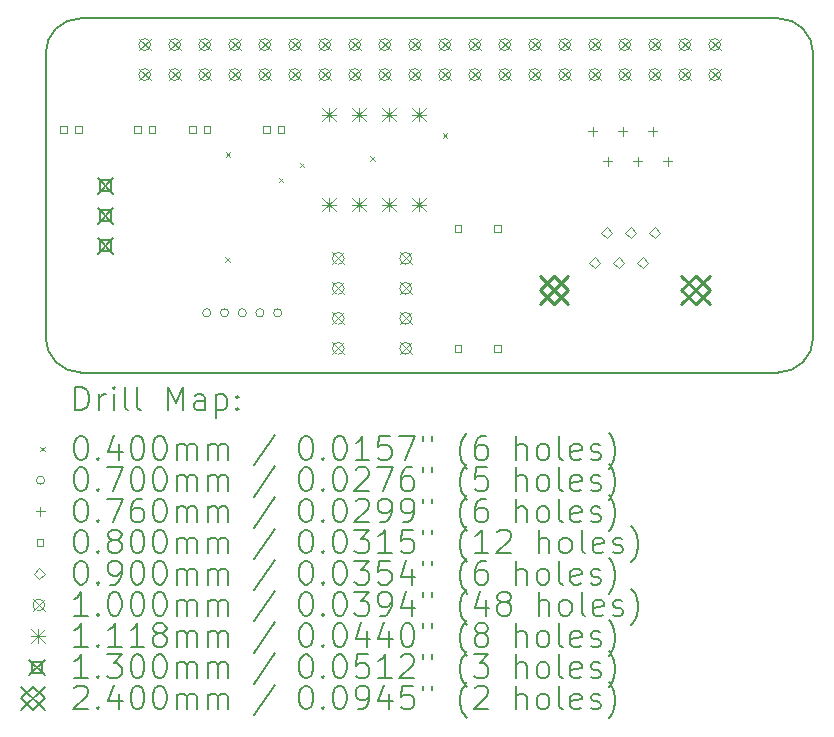
<source format=gbr>
%TF.GenerationSoftware,KiCad,Pcbnew,7.0.10*%
%TF.CreationDate,2024-01-16T16:55:50+01:00*%
%TF.ProjectId,DNMS-RPI-HAT-V1.0,444e4d53-2d52-4504-992d-4841542d5631,1.0*%
%TF.SameCoordinates,Original*%
%TF.FileFunction,Drillmap*%
%TF.FilePolarity,Positive*%
%FSLAX45Y45*%
G04 Gerber Fmt 4.5, Leading zero omitted, Abs format (unit mm)*
G04 Created by KiCad (PCBNEW 7.0.10) date 2024-01-16 16:55:50*
%MOMM*%
%LPD*%
G01*
G04 APERTURE LIST*
%ADD10C,0.150000*%
%ADD11C,0.200000*%
%ADD12C,0.100000*%
%ADD13C,0.111760*%
%ADD14C,0.130000*%
%ADD15C,0.240000*%
G04 APERTURE END LIST*
D10*
X12103200Y-12106800D02*
X17903200Y-12106800D01*
X18253200Y-9406800D02*
G75*
G03*
X17953200Y-9106800I-300000J0D01*
G01*
X17953200Y-12106800D02*
G75*
G03*
X18253200Y-11806800I0J300000D01*
G01*
X11753200Y-11806800D02*
G75*
G03*
X12053200Y-12106800I300000J0D01*
G01*
X12053200Y-9106800D02*
G75*
G03*
X11753200Y-9406800I0J-300000D01*
G01*
X11753200Y-11806800D02*
X11753200Y-9406800D01*
X12053200Y-9106800D02*
X17953200Y-9106800D01*
X18253200Y-9406800D02*
X18253200Y-11806800D01*
X17903200Y-12106800D02*
X17953200Y-12106800D01*
X12103200Y-12106800D02*
X12053200Y-12106800D01*
D11*
D12*
X13275476Y-11126982D02*
X13315476Y-11166982D01*
X13315476Y-11126982D02*
X13275476Y-11166982D01*
X13278778Y-10241980D02*
X13318778Y-10281980D01*
X13318778Y-10241980D02*
X13278778Y-10281980D01*
X13726072Y-10455594D02*
X13766072Y-10495594D01*
X13766072Y-10455594D02*
X13726072Y-10495594D01*
X13905396Y-10330880D02*
X13945396Y-10370880D01*
X13945396Y-10330880D02*
X13905396Y-10370880D01*
X14501280Y-10276524D02*
X14541280Y-10316524D01*
X14541280Y-10276524D02*
X14501280Y-10316524D01*
X15114690Y-10081960D02*
X15154690Y-10121960D01*
X15154690Y-10081960D02*
X15114690Y-10121960D01*
X13153132Y-11601576D02*
G75*
G03*
X13083132Y-11601576I-35000J0D01*
G01*
X13083132Y-11601576D02*
G75*
G03*
X13153132Y-11601576I35000J0D01*
G01*
X13303132Y-11601576D02*
G75*
G03*
X13233132Y-11601576I-35000J0D01*
G01*
X13233132Y-11601576D02*
G75*
G03*
X13303132Y-11601576I35000J0D01*
G01*
X13453132Y-11601576D02*
G75*
G03*
X13383132Y-11601576I-35000J0D01*
G01*
X13383132Y-11601576D02*
G75*
G03*
X13453132Y-11601576I35000J0D01*
G01*
X13603132Y-11601576D02*
G75*
G03*
X13533132Y-11601576I-35000J0D01*
G01*
X13533132Y-11601576D02*
G75*
G03*
X13603132Y-11601576I35000J0D01*
G01*
X13753132Y-11601576D02*
G75*
G03*
X13683132Y-11601576I-35000J0D01*
G01*
X13683132Y-11601576D02*
G75*
G03*
X13753132Y-11601576I35000J0D01*
G01*
X16386656Y-10027384D02*
X16386656Y-10103384D01*
X16348656Y-10065384D02*
X16424656Y-10065384D01*
X16513656Y-10281384D02*
X16513656Y-10357384D01*
X16475656Y-10319384D02*
X16551656Y-10319384D01*
X16640656Y-10027384D02*
X16640656Y-10103384D01*
X16602656Y-10065384D02*
X16678656Y-10065384D01*
X16767656Y-10281384D02*
X16767656Y-10357384D01*
X16729656Y-10319384D02*
X16805656Y-10319384D01*
X16894656Y-10027384D02*
X16894656Y-10103384D01*
X16856656Y-10065384D02*
X16932656Y-10065384D01*
X17021656Y-10281384D02*
X17021656Y-10357384D01*
X16983656Y-10319384D02*
X17059656Y-10319384D01*
X11932856Y-10077159D02*
X11932856Y-10020590D01*
X11876287Y-10020590D01*
X11876287Y-10077159D01*
X11932856Y-10077159D01*
X12057856Y-10077159D02*
X12057856Y-10020590D01*
X12001287Y-10020590D01*
X12001287Y-10077159D01*
X12057856Y-10077159D01*
X12557856Y-10077159D02*
X12557856Y-10020590D01*
X12501287Y-10020590D01*
X12501287Y-10077159D01*
X12557856Y-10077159D01*
X12682856Y-10077159D02*
X12682856Y-10020590D01*
X12626287Y-10020590D01*
X12626287Y-10077159D01*
X12682856Y-10077159D01*
X13024356Y-10077159D02*
X13024356Y-10020590D01*
X12967787Y-10020590D01*
X12967787Y-10077159D01*
X13024356Y-10077159D01*
X13149356Y-10077159D02*
X13149356Y-10020590D01*
X13092787Y-10020590D01*
X13092787Y-10077159D01*
X13149356Y-10077159D01*
X13649356Y-10077159D02*
X13649356Y-10020590D01*
X13592787Y-10020590D01*
X13592787Y-10077159D01*
X13649356Y-10077159D01*
X13774356Y-10077159D02*
X13774356Y-10020590D01*
X13717787Y-10020590D01*
X13717787Y-10077159D01*
X13774356Y-10077159D01*
X15273972Y-10915171D02*
X15273972Y-10858602D01*
X15217403Y-10858602D01*
X15217403Y-10915171D01*
X15273972Y-10915171D01*
X15273972Y-11931170D02*
X15273972Y-11874601D01*
X15217403Y-11874601D01*
X15217403Y-11931170D01*
X15273972Y-11931170D01*
X15606712Y-10915171D02*
X15606712Y-10858602D01*
X15550143Y-10858602D01*
X15550143Y-10915171D01*
X15606712Y-10915171D01*
X15606712Y-11931170D02*
X15606712Y-11874601D01*
X15550143Y-11874601D01*
X15550143Y-11931170D01*
X15606712Y-11931170D01*
X16401150Y-11222256D02*
X16446150Y-11177256D01*
X16401150Y-11132256D01*
X16356150Y-11177256D01*
X16401150Y-11222256D01*
X16503150Y-10968256D02*
X16548150Y-10923256D01*
X16503150Y-10878256D01*
X16458150Y-10923256D01*
X16503150Y-10968256D01*
X16605150Y-11222256D02*
X16650150Y-11177256D01*
X16605150Y-11132256D01*
X16560150Y-11177256D01*
X16605150Y-11222256D01*
X16707150Y-10968256D02*
X16752150Y-10923256D01*
X16707150Y-10878256D01*
X16662150Y-10923256D01*
X16707150Y-10968256D01*
X16809150Y-11222256D02*
X16854150Y-11177256D01*
X16809150Y-11132256D01*
X16764150Y-11177256D01*
X16809150Y-11222256D01*
X16911150Y-10968256D02*
X16956150Y-10923256D01*
X16911150Y-10878256D01*
X16866150Y-10923256D01*
X16911150Y-10968256D01*
X12542420Y-9279800D02*
X12642420Y-9379800D01*
X12642420Y-9279800D02*
X12542420Y-9379800D01*
X12642420Y-9329800D02*
G75*
G03*
X12542420Y-9329800I-50000J0D01*
G01*
X12542420Y-9329800D02*
G75*
G03*
X12642420Y-9329800I50000J0D01*
G01*
X12542420Y-9533800D02*
X12642420Y-9633800D01*
X12642420Y-9533800D02*
X12542420Y-9633800D01*
X12642420Y-9583800D02*
G75*
G03*
X12542420Y-9583800I-50000J0D01*
G01*
X12542420Y-9583800D02*
G75*
G03*
X12642420Y-9583800I50000J0D01*
G01*
X12796420Y-9279800D02*
X12896420Y-9379800D01*
X12896420Y-9279800D02*
X12796420Y-9379800D01*
X12896420Y-9329800D02*
G75*
G03*
X12796420Y-9329800I-50000J0D01*
G01*
X12796420Y-9329800D02*
G75*
G03*
X12896420Y-9329800I50000J0D01*
G01*
X12796420Y-9533800D02*
X12896420Y-9633800D01*
X12896420Y-9533800D02*
X12796420Y-9633800D01*
X12896420Y-9583800D02*
G75*
G03*
X12796420Y-9583800I-50000J0D01*
G01*
X12796420Y-9583800D02*
G75*
G03*
X12896420Y-9583800I50000J0D01*
G01*
X13050420Y-9279800D02*
X13150420Y-9379800D01*
X13150420Y-9279800D02*
X13050420Y-9379800D01*
X13150420Y-9329800D02*
G75*
G03*
X13050420Y-9329800I-50000J0D01*
G01*
X13050420Y-9329800D02*
G75*
G03*
X13150420Y-9329800I50000J0D01*
G01*
X13050420Y-9533800D02*
X13150420Y-9633800D01*
X13150420Y-9533800D02*
X13050420Y-9633800D01*
X13150420Y-9583800D02*
G75*
G03*
X13050420Y-9583800I-50000J0D01*
G01*
X13050420Y-9583800D02*
G75*
G03*
X13150420Y-9583800I50000J0D01*
G01*
X13304420Y-9279800D02*
X13404420Y-9379800D01*
X13404420Y-9279800D02*
X13304420Y-9379800D01*
X13404420Y-9329800D02*
G75*
G03*
X13304420Y-9329800I-50000J0D01*
G01*
X13304420Y-9329800D02*
G75*
G03*
X13404420Y-9329800I50000J0D01*
G01*
X13304420Y-9533800D02*
X13404420Y-9633800D01*
X13404420Y-9533800D02*
X13304420Y-9633800D01*
X13404420Y-9583800D02*
G75*
G03*
X13304420Y-9583800I-50000J0D01*
G01*
X13304420Y-9583800D02*
G75*
G03*
X13404420Y-9583800I50000J0D01*
G01*
X13558420Y-9279800D02*
X13658420Y-9379800D01*
X13658420Y-9279800D02*
X13558420Y-9379800D01*
X13658420Y-9329800D02*
G75*
G03*
X13558420Y-9329800I-50000J0D01*
G01*
X13558420Y-9329800D02*
G75*
G03*
X13658420Y-9329800I50000J0D01*
G01*
X13558420Y-9533800D02*
X13658420Y-9633800D01*
X13658420Y-9533800D02*
X13558420Y-9633800D01*
X13658420Y-9583800D02*
G75*
G03*
X13558420Y-9583800I-50000J0D01*
G01*
X13558420Y-9583800D02*
G75*
G03*
X13658420Y-9583800I50000J0D01*
G01*
X13812420Y-9279800D02*
X13912420Y-9379800D01*
X13912420Y-9279800D02*
X13812420Y-9379800D01*
X13912420Y-9329800D02*
G75*
G03*
X13812420Y-9329800I-50000J0D01*
G01*
X13812420Y-9329800D02*
G75*
G03*
X13912420Y-9329800I50000J0D01*
G01*
X13812420Y-9533800D02*
X13912420Y-9633800D01*
X13912420Y-9533800D02*
X13812420Y-9633800D01*
X13912420Y-9583800D02*
G75*
G03*
X13812420Y-9583800I-50000J0D01*
G01*
X13812420Y-9583800D02*
G75*
G03*
X13912420Y-9583800I50000J0D01*
G01*
X14066420Y-9279800D02*
X14166420Y-9379800D01*
X14166420Y-9279800D02*
X14066420Y-9379800D01*
X14166420Y-9329800D02*
G75*
G03*
X14066420Y-9329800I-50000J0D01*
G01*
X14066420Y-9329800D02*
G75*
G03*
X14166420Y-9329800I50000J0D01*
G01*
X14066420Y-9533800D02*
X14166420Y-9633800D01*
X14166420Y-9533800D02*
X14066420Y-9633800D01*
X14166420Y-9583800D02*
G75*
G03*
X14066420Y-9583800I-50000J0D01*
G01*
X14066420Y-9583800D02*
G75*
G03*
X14166420Y-9583800I50000J0D01*
G01*
X14181212Y-11090124D02*
X14281212Y-11190124D01*
X14281212Y-11090124D02*
X14181212Y-11190124D01*
X14281212Y-11140124D02*
G75*
G03*
X14181212Y-11140124I-50000J0D01*
G01*
X14181212Y-11140124D02*
G75*
G03*
X14281212Y-11140124I50000J0D01*
G01*
X14181212Y-11344124D02*
X14281212Y-11444124D01*
X14281212Y-11344124D02*
X14181212Y-11444124D01*
X14281212Y-11394124D02*
G75*
G03*
X14181212Y-11394124I-50000J0D01*
G01*
X14181212Y-11394124D02*
G75*
G03*
X14281212Y-11394124I50000J0D01*
G01*
X14181212Y-11598124D02*
X14281212Y-11698124D01*
X14281212Y-11598124D02*
X14181212Y-11698124D01*
X14281212Y-11648124D02*
G75*
G03*
X14181212Y-11648124I-50000J0D01*
G01*
X14181212Y-11648124D02*
G75*
G03*
X14281212Y-11648124I50000J0D01*
G01*
X14181212Y-11852124D02*
X14281212Y-11952124D01*
X14281212Y-11852124D02*
X14181212Y-11952124D01*
X14281212Y-11902124D02*
G75*
G03*
X14181212Y-11902124I-50000J0D01*
G01*
X14181212Y-11902124D02*
G75*
G03*
X14281212Y-11902124I50000J0D01*
G01*
X14320420Y-9279800D02*
X14420420Y-9379800D01*
X14420420Y-9279800D02*
X14320420Y-9379800D01*
X14420420Y-9329800D02*
G75*
G03*
X14320420Y-9329800I-50000J0D01*
G01*
X14320420Y-9329800D02*
G75*
G03*
X14420420Y-9329800I50000J0D01*
G01*
X14320420Y-9533800D02*
X14420420Y-9633800D01*
X14420420Y-9533800D02*
X14320420Y-9633800D01*
X14420420Y-9583800D02*
G75*
G03*
X14320420Y-9583800I-50000J0D01*
G01*
X14320420Y-9583800D02*
G75*
G03*
X14420420Y-9583800I50000J0D01*
G01*
X14574420Y-9279800D02*
X14674420Y-9379800D01*
X14674420Y-9279800D02*
X14574420Y-9379800D01*
X14674420Y-9329800D02*
G75*
G03*
X14574420Y-9329800I-50000J0D01*
G01*
X14574420Y-9329800D02*
G75*
G03*
X14674420Y-9329800I50000J0D01*
G01*
X14574420Y-9533800D02*
X14674420Y-9633800D01*
X14674420Y-9533800D02*
X14574420Y-9633800D01*
X14674420Y-9583800D02*
G75*
G03*
X14574420Y-9583800I-50000J0D01*
G01*
X14574420Y-9583800D02*
G75*
G03*
X14674420Y-9583800I50000J0D01*
G01*
X14752204Y-11090124D02*
X14852204Y-11190124D01*
X14852204Y-11090124D02*
X14752204Y-11190124D01*
X14852204Y-11140124D02*
G75*
G03*
X14752204Y-11140124I-50000J0D01*
G01*
X14752204Y-11140124D02*
G75*
G03*
X14852204Y-11140124I50000J0D01*
G01*
X14752204Y-11344124D02*
X14852204Y-11444124D01*
X14852204Y-11344124D02*
X14752204Y-11444124D01*
X14852204Y-11394124D02*
G75*
G03*
X14752204Y-11394124I-50000J0D01*
G01*
X14752204Y-11394124D02*
G75*
G03*
X14852204Y-11394124I50000J0D01*
G01*
X14752204Y-11598124D02*
X14852204Y-11698124D01*
X14852204Y-11598124D02*
X14752204Y-11698124D01*
X14852204Y-11648124D02*
G75*
G03*
X14752204Y-11648124I-50000J0D01*
G01*
X14752204Y-11648124D02*
G75*
G03*
X14852204Y-11648124I50000J0D01*
G01*
X14752204Y-11852124D02*
X14852204Y-11952124D01*
X14852204Y-11852124D02*
X14752204Y-11952124D01*
X14852204Y-11902124D02*
G75*
G03*
X14752204Y-11902124I-50000J0D01*
G01*
X14752204Y-11902124D02*
G75*
G03*
X14852204Y-11902124I50000J0D01*
G01*
X14828420Y-9279800D02*
X14928420Y-9379800D01*
X14928420Y-9279800D02*
X14828420Y-9379800D01*
X14928420Y-9329800D02*
G75*
G03*
X14828420Y-9329800I-50000J0D01*
G01*
X14828420Y-9329800D02*
G75*
G03*
X14928420Y-9329800I50000J0D01*
G01*
X14828420Y-9533800D02*
X14928420Y-9633800D01*
X14928420Y-9533800D02*
X14828420Y-9633800D01*
X14928420Y-9583800D02*
G75*
G03*
X14828420Y-9583800I-50000J0D01*
G01*
X14828420Y-9583800D02*
G75*
G03*
X14928420Y-9583800I50000J0D01*
G01*
X15082420Y-9279800D02*
X15182420Y-9379800D01*
X15182420Y-9279800D02*
X15082420Y-9379800D01*
X15182420Y-9329800D02*
G75*
G03*
X15082420Y-9329800I-50000J0D01*
G01*
X15082420Y-9329800D02*
G75*
G03*
X15182420Y-9329800I50000J0D01*
G01*
X15082420Y-9533800D02*
X15182420Y-9633800D01*
X15182420Y-9533800D02*
X15082420Y-9633800D01*
X15182420Y-9583800D02*
G75*
G03*
X15082420Y-9583800I-50000J0D01*
G01*
X15082420Y-9583800D02*
G75*
G03*
X15182420Y-9583800I50000J0D01*
G01*
X15336420Y-9279800D02*
X15436420Y-9379800D01*
X15436420Y-9279800D02*
X15336420Y-9379800D01*
X15436420Y-9329800D02*
G75*
G03*
X15336420Y-9329800I-50000J0D01*
G01*
X15336420Y-9329800D02*
G75*
G03*
X15436420Y-9329800I50000J0D01*
G01*
X15336420Y-9533800D02*
X15436420Y-9633800D01*
X15436420Y-9533800D02*
X15336420Y-9633800D01*
X15436420Y-9583800D02*
G75*
G03*
X15336420Y-9583800I-50000J0D01*
G01*
X15336420Y-9583800D02*
G75*
G03*
X15436420Y-9583800I50000J0D01*
G01*
X15590420Y-9279800D02*
X15690420Y-9379800D01*
X15690420Y-9279800D02*
X15590420Y-9379800D01*
X15690420Y-9329800D02*
G75*
G03*
X15590420Y-9329800I-50000J0D01*
G01*
X15590420Y-9329800D02*
G75*
G03*
X15690420Y-9329800I50000J0D01*
G01*
X15590420Y-9533800D02*
X15690420Y-9633800D01*
X15690420Y-9533800D02*
X15590420Y-9633800D01*
X15690420Y-9583800D02*
G75*
G03*
X15590420Y-9583800I-50000J0D01*
G01*
X15590420Y-9583800D02*
G75*
G03*
X15690420Y-9583800I50000J0D01*
G01*
X15844420Y-9279800D02*
X15944420Y-9379800D01*
X15944420Y-9279800D02*
X15844420Y-9379800D01*
X15944420Y-9329800D02*
G75*
G03*
X15844420Y-9329800I-50000J0D01*
G01*
X15844420Y-9329800D02*
G75*
G03*
X15944420Y-9329800I50000J0D01*
G01*
X15844420Y-9533800D02*
X15944420Y-9633800D01*
X15944420Y-9533800D02*
X15844420Y-9633800D01*
X15944420Y-9583800D02*
G75*
G03*
X15844420Y-9583800I-50000J0D01*
G01*
X15844420Y-9583800D02*
G75*
G03*
X15944420Y-9583800I50000J0D01*
G01*
X16098420Y-9279800D02*
X16198420Y-9379800D01*
X16198420Y-9279800D02*
X16098420Y-9379800D01*
X16198420Y-9329800D02*
G75*
G03*
X16098420Y-9329800I-50000J0D01*
G01*
X16098420Y-9329800D02*
G75*
G03*
X16198420Y-9329800I50000J0D01*
G01*
X16098420Y-9533800D02*
X16198420Y-9633800D01*
X16198420Y-9533800D02*
X16098420Y-9633800D01*
X16198420Y-9583800D02*
G75*
G03*
X16098420Y-9583800I-50000J0D01*
G01*
X16098420Y-9583800D02*
G75*
G03*
X16198420Y-9583800I50000J0D01*
G01*
X16352420Y-9279800D02*
X16452420Y-9379800D01*
X16452420Y-9279800D02*
X16352420Y-9379800D01*
X16452420Y-9329800D02*
G75*
G03*
X16352420Y-9329800I-50000J0D01*
G01*
X16352420Y-9329800D02*
G75*
G03*
X16452420Y-9329800I50000J0D01*
G01*
X16352420Y-9533800D02*
X16452420Y-9633800D01*
X16452420Y-9533800D02*
X16352420Y-9633800D01*
X16452420Y-9583800D02*
G75*
G03*
X16352420Y-9583800I-50000J0D01*
G01*
X16352420Y-9583800D02*
G75*
G03*
X16452420Y-9583800I50000J0D01*
G01*
X16606420Y-9279800D02*
X16706420Y-9379800D01*
X16706420Y-9279800D02*
X16606420Y-9379800D01*
X16706420Y-9329800D02*
G75*
G03*
X16606420Y-9329800I-50000J0D01*
G01*
X16606420Y-9329800D02*
G75*
G03*
X16706420Y-9329800I50000J0D01*
G01*
X16606420Y-9533800D02*
X16706420Y-9633800D01*
X16706420Y-9533800D02*
X16606420Y-9633800D01*
X16706420Y-9583800D02*
G75*
G03*
X16606420Y-9583800I-50000J0D01*
G01*
X16606420Y-9583800D02*
G75*
G03*
X16706420Y-9583800I50000J0D01*
G01*
X16860420Y-9279800D02*
X16960420Y-9379800D01*
X16960420Y-9279800D02*
X16860420Y-9379800D01*
X16960420Y-9329800D02*
G75*
G03*
X16860420Y-9329800I-50000J0D01*
G01*
X16860420Y-9329800D02*
G75*
G03*
X16960420Y-9329800I50000J0D01*
G01*
X16860420Y-9533800D02*
X16960420Y-9633800D01*
X16960420Y-9533800D02*
X16860420Y-9633800D01*
X16960420Y-9583800D02*
G75*
G03*
X16860420Y-9583800I-50000J0D01*
G01*
X16860420Y-9583800D02*
G75*
G03*
X16960420Y-9583800I50000J0D01*
G01*
X17114420Y-9279800D02*
X17214420Y-9379800D01*
X17214420Y-9279800D02*
X17114420Y-9379800D01*
X17214420Y-9329800D02*
G75*
G03*
X17114420Y-9329800I-50000J0D01*
G01*
X17114420Y-9329800D02*
G75*
G03*
X17214420Y-9329800I50000J0D01*
G01*
X17114420Y-9533800D02*
X17214420Y-9633800D01*
X17214420Y-9533800D02*
X17114420Y-9633800D01*
X17214420Y-9583800D02*
G75*
G03*
X17114420Y-9583800I-50000J0D01*
G01*
X17114420Y-9583800D02*
G75*
G03*
X17214420Y-9583800I50000J0D01*
G01*
X17368420Y-9279800D02*
X17468420Y-9379800D01*
X17468420Y-9279800D02*
X17368420Y-9379800D01*
X17468420Y-9329800D02*
G75*
G03*
X17368420Y-9329800I-50000J0D01*
G01*
X17368420Y-9329800D02*
G75*
G03*
X17468420Y-9329800I50000J0D01*
G01*
X17368420Y-9533800D02*
X17468420Y-9633800D01*
X17468420Y-9533800D02*
X17368420Y-9633800D01*
X17468420Y-9583800D02*
G75*
G03*
X17368420Y-9583800I-50000J0D01*
G01*
X17368420Y-9583800D02*
G75*
G03*
X17468420Y-9583800I50000J0D01*
G01*
D13*
X14097354Y-9867010D02*
X14209114Y-9978770D01*
X14209114Y-9867010D02*
X14097354Y-9978770D01*
X14153234Y-9867010D02*
X14153234Y-9978770D01*
X14097354Y-9922890D02*
X14209114Y-9922890D01*
X14097354Y-10629010D02*
X14209114Y-10740770D01*
X14209114Y-10629010D02*
X14097354Y-10740770D01*
X14153234Y-10629010D02*
X14153234Y-10740770D01*
X14097354Y-10684890D02*
X14209114Y-10684890D01*
X14351354Y-9867010D02*
X14463114Y-9978770D01*
X14463114Y-9867010D02*
X14351354Y-9978770D01*
X14407234Y-9867010D02*
X14407234Y-9978770D01*
X14351354Y-9922890D02*
X14463114Y-9922890D01*
X14351354Y-10629010D02*
X14463114Y-10740770D01*
X14463114Y-10629010D02*
X14351354Y-10740770D01*
X14407234Y-10629010D02*
X14407234Y-10740770D01*
X14351354Y-10684890D02*
X14463114Y-10684890D01*
X14605354Y-9867010D02*
X14717114Y-9978770D01*
X14717114Y-9867010D02*
X14605354Y-9978770D01*
X14661234Y-9867010D02*
X14661234Y-9978770D01*
X14605354Y-9922890D02*
X14717114Y-9922890D01*
X14605354Y-10629010D02*
X14717114Y-10740770D01*
X14717114Y-10629010D02*
X14605354Y-10740770D01*
X14661234Y-10629010D02*
X14661234Y-10740770D01*
X14605354Y-10684890D02*
X14717114Y-10684890D01*
X14859354Y-9867010D02*
X14971114Y-9978770D01*
X14971114Y-9867010D02*
X14859354Y-9978770D01*
X14915234Y-9867010D02*
X14915234Y-9978770D01*
X14859354Y-9922890D02*
X14971114Y-9922890D01*
X14859354Y-10629010D02*
X14971114Y-10740770D01*
X14971114Y-10629010D02*
X14859354Y-10740770D01*
X14915234Y-10629010D02*
X14915234Y-10740770D01*
X14859354Y-10684890D02*
X14971114Y-10684890D01*
D14*
X12194918Y-10461140D02*
X12324918Y-10591140D01*
X12324918Y-10461140D02*
X12194918Y-10591140D01*
X12305880Y-10572102D02*
X12305880Y-10480178D01*
X12213956Y-10480178D01*
X12213956Y-10572102D01*
X12305880Y-10572102D01*
X12194918Y-10715140D02*
X12324918Y-10845140D01*
X12324918Y-10715140D02*
X12194918Y-10845140D01*
X12305880Y-10826102D02*
X12305880Y-10734178D01*
X12213956Y-10734178D01*
X12213956Y-10826102D01*
X12305880Y-10826102D01*
X12194918Y-10969140D02*
X12324918Y-11099140D01*
X12324918Y-10969140D02*
X12194918Y-11099140D01*
X12305880Y-11080102D02*
X12305880Y-10988178D01*
X12213956Y-10988178D01*
X12213956Y-11080102D01*
X12305880Y-11080102D01*
D15*
X15936150Y-11287256D02*
X16176150Y-11527256D01*
X16176150Y-11287256D02*
X15936150Y-11527256D01*
X16056150Y-11527256D02*
X16176150Y-11407256D01*
X16056150Y-11287256D01*
X15936150Y-11407256D01*
X16056150Y-11527256D01*
X17136150Y-11287256D02*
X17376150Y-11527256D01*
X17376150Y-11287256D02*
X17136150Y-11527256D01*
X17256150Y-11527256D02*
X17376150Y-11407256D01*
X17256150Y-11287256D01*
X17136150Y-11407256D01*
X17256150Y-11527256D01*
D11*
X12006477Y-12425784D02*
X12006477Y-12225784D01*
X12006477Y-12225784D02*
X12054096Y-12225784D01*
X12054096Y-12225784D02*
X12082667Y-12235308D01*
X12082667Y-12235308D02*
X12101715Y-12254355D01*
X12101715Y-12254355D02*
X12111239Y-12273403D01*
X12111239Y-12273403D02*
X12120762Y-12311498D01*
X12120762Y-12311498D02*
X12120762Y-12340069D01*
X12120762Y-12340069D02*
X12111239Y-12378165D01*
X12111239Y-12378165D02*
X12101715Y-12397212D01*
X12101715Y-12397212D02*
X12082667Y-12416260D01*
X12082667Y-12416260D02*
X12054096Y-12425784D01*
X12054096Y-12425784D02*
X12006477Y-12425784D01*
X12206477Y-12425784D02*
X12206477Y-12292450D01*
X12206477Y-12330546D02*
X12216001Y-12311498D01*
X12216001Y-12311498D02*
X12225524Y-12301974D01*
X12225524Y-12301974D02*
X12244572Y-12292450D01*
X12244572Y-12292450D02*
X12263620Y-12292450D01*
X12330286Y-12425784D02*
X12330286Y-12292450D01*
X12330286Y-12225784D02*
X12320762Y-12235308D01*
X12320762Y-12235308D02*
X12330286Y-12244831D01*
X12330286Y-12244831D02*
X12339810Y-12235308D01*
X12339810Y-12235308D02*
X12330286Y-12225784D01*
X12330286Y-12225784D02*
X12330286Y-12244831D01*
X12454096Y-12425784D02*
X12435048Y-12416260D01*
X12435048Y-12416260D02*
X12425524Y-12397212D01*
X12425524Y-12397212D02*
X12425524Y-12225784D01*
X12558858Y-12425784D02*
X12539810Y-12416260D01*
X12539810Y-12416260D02*
X12530286Y-12397212D01*
X12530286Y-12397212D02*
X12530286Y-12225784D01*
X12787429Y-12425784D02*
X12787429Y-12225784D01*
X12787429Y-12225784D02*
X12854096Y-12368641D01*
X12854096Y-12368641D02*
X12920762Y-12225784D01*
X12920762Y-12225784D02*
X12920762Y-12425784D01*
X13101715Y-12425784D02*
X13101715Y-12321022D01*
X13101715Y-12321022D02*
X13092191Y-12301974D01*
X13092191Y-12301974D02*
X13073143Y-12292450D01*
X13073143Y-12292450D02*
X13035048Y-12292450D01*
X13035048Y-12292450D02*
X13016001Y-12301974D01*
X13101715Y-12416260D02*
X13082667Y-12425784D01*
X13082667Y-12425784D02*
X13035048Y-12425784D01*
X13035048Y-12425784D02*
X13016001Y-12416260D01*
X13016001Y-12416260D02*
X13006477Y-12397212D01*
X13006477Y-12397212D02*
X13006477Y-12378165D01*
X13006477Y-12378165D02*
X13016001Y-12359117D01*
X13016001Y-12359117D02*
X13035048Y-12349593D01*
X13035048Y-12349593D02*
X13082667Y-12349593D01*
X13082667Y-12349593D02*
X13101715Y-12340069D01*
X13196953Y-12292450D02*
X13196953Y-12492450D01*
X13196953Y-12301974D02*
X13216001Y-12292450D01*
X13216001Y-12292450D02*
X13254096Y-12292450D01*
X13254096Y-12292450D02*
X13273143Y-12301974D01*
X13273143Y-12301974D02*
X13282667Y-12311498D01*
X13282667Y-12311498D02*
X13292191Y-12330546D01*
X13292191Y-12330546D02*
X13292191Y-12387688D01*
X13292191Y-12387688D02*
X13282667Y-12406736D01*
X13282667Y-12406736D02*
X13273143Y-12416260D01*
X13273143Y-12416260D02*
X13254096Y-12425784D01*
X13254096Y-12425784D02*
X13216001Y-12425784D01*
X13216001Y-12425784D02*
X13196953Y-12416260D01*
X13377905Y-12406736D02*
X13387429Y-12416260D01*
X13387429Y-12416260D02*
X13377905Y-12425784D01*
X13377905Y-12425784D02*
X13368382Y-12416260D01*
X13368382Y-12416260D02*
X13377905Y-12406736D01*
X13377905Y-12406736D02*
X13377905Y-12425784D01*
X13377905Y-12301974D02*
X13387429Y-12311498D01*
X13387429Y-12311498D02*
X13377905Y-12321022D01*
X13377905Y-12321022D02*
X13368382Y-12311498D01*
X13368382Y-12311498D02*
X13377905Y-12301974D01*
X13377905Y-12301974D02*
X13377905Y-12321022D01*
D12*
X11705700Y-12734300D02*
X11745700Y-12774300D01*
X11745700Y-12734300D02*
X11705700Y-12774300D01*
D11*
X12044572Y-12645784D02*
X12063620Y-12645784D01*
X12063620Y-12645784D02*
X12082667Y-12655308D01*
X12082667Y-12655308D02*
X12092191Y-12664831D01*
X12092191Y-12664831D02*
X12101715Y-12683879D01*
X12101715Y-12683879D02*
X12111239Y-12721974D01*
X12111239Y-12721974D02*
X12111239Y-12769593D01*
X12111239Y-12769593D02*
X12101715Y-12807688D01*
X12101715Y-12807688D02*
X12092191Y-12826736D01*
X12092191Y-12826736D02*
X12082667Y-12836260D01*
X12082667Y-12836260D02*
X12063620Y-12845784D01*
X12063620Y-12845784D02*
X12044572Y-12845784D01*
X12044572Y-12845784D02*
X12025524Y-12836260D01*
X12025524Y-12836260D02*
X12016001Y-12826736D01*
X12016001Y-12826736D02*
X12006477Y-12807688D01*
X12006477Y-12807688D02*
X11996953Y-12769593D01*
X11996953Y-12769593D02*
X11996953Y-12721974D01*
X11996953Y-12721974D02*
X12006477Y-12683879D01*
X12006477Y-12683879D02*
X12016001Y-12664831D01*
X12016001Y-12664831D02*
X12025524Y-12655308D01*
X12025524Y-12655308D02*
X12044572Y-12645784D01*
X12196953Y-12826736D02*
X12206477Y-12836260D01*
X12206477Y-12836260D02*
X12196953Y-12845784D01*
X12196953Y-12845784D02*
X12187429Y-12836260D01*
X12187429Y-12836260D02*
X12196953Y-12826736D01*
X12196953Y-12826736D02*
X12196953Y-12845784D01*
X12377905Y-12712450D02*
X12377905Y-12845784D01*
X12330286Y-12636260D02*
X12282667Y-12779117D01*
X12282667Y-12779117D02*
X12406477Y-12779117D01*
X12520762Y-12645784D02*
X12539810Y-12645784D01*
X12539810Y-12645784D02*
X12558858Y-12655308D01*
X12558858Y-12655308D02*
X12568382Y-12664831D01*
X12568382Y-12664831D02*
X12577905Y-12683879D01*
X12577905Y-12683879D02*
X12587429Y-12721974D01*
X12587429Y-12721974D02*
X12587429Y-12769593D01*
X12587429Y-12769593D02*
X12577905Y-12807688D01*
X12577905Y-12807688D02*
X12568382Y-12826736D01*
X12568382Y-12826736D02*
X12558858Y-12836260D01*
X12558858Y-12836260D02*
X12539810Y-12845784D01*
X12539810Y-12845784D02*
X12520762Y-12845784D01*
X12520762Y-12845784D02*
X12501715Y-12836260D01*
X12501715Y-12836260D02*
X12492191Y-12826736D01*
X12492191Y-12826736D02*
X12482667Y-12807688D01*
X12482667Y-12807688D02*
X12473143Y-12769593D01*
X12473143Y-12769593D02*
X12473143Y-12721974D01*
X12473143Y-12721974D02*
X12482667Y-12683879D01*
X12482667Y-12683879D02*
X12492191Y-12664831D01*
X12492191Y-12664831D02*
X12501715Y-12655308D01*
X12501715Y-12655308D02*
X12520762Y-12645784D01*
X12711239Y-12645784D02*
X12730286Y-12645784D01*
X12730286Y-12645784D02*
X12749334Y-12655308D01*
X12749334Y-12655308D02*
X12758858Y-12664831D01*
X12758858Y-12664831D02*
X12768382Y-12683879D01*
X12768382Y-12683879D02*
X12777905Y-12721974D01*
X12777905Y-12721974D02*
X12777905Y-12769593D01*
X12777905Y-12769593D02*
X12768382Y-12807688D01*
X12768382Y-12807688D02*
X12758858Y-12826736D01*
X12758858Y-12826736D02*
X12749334Y-12836260D01*
X12749334Y-12836260D02*
X12730286Y-12845784D01*
X12730286Y-12845784D02*
X12711239Y-12845784D01*
X12711239Y-12845784D02*
X12692191Y-12836260D01*
X12692191Y-12836260D02*
X12682667Y-12826736D01*
X12682667Y-12826736D02*
X12673143Y-12807688D01*
X12673143Y-12807688D02*
X12663620Y-12769593D01*
X12663620Y-12769593D02*
X12663620Y-12721974D01*
X12663620Y-12721974D02*
X12673143Y-12683879D01*
X12673143Y-12683879D02*
X12682667Y-12664831D01*
X12682667Y-12664831D02*
X12692191Y-12655308D01*
X12692191Y-12655308D02*
X12711239Y-12645784D01*
X12863620Y-12845784D02*
X12863620Y-12712450D01*
X12863620Y-12731498D02*
X12873143Y-12721974D01*
X12873143Y-12721974D02*
X12892191Y-12712450D01*
X12892191Y-12712450D02*
X12920763Y-12712450D01*
X12920763Y-12712450D02*
X12939810Y-12721974D01*
X12939810Y-12721974D02*
X12949334Y-12741022D01*
X12949334Y-12741022D02*
X12949334Y-12845784D01*
X12949334Y-12741022D02*
X12958858Y-12721974D01*
X12958858Y-12721974D02*
X12977905Y-12712450D01*
X12977905Y-12712450D02*
X13006477Y-12712450D01*
X13006477Y-12712450D02*
X13025524Y-12721974D01*
X13025524Y-12721974D02*
X13035048Y-12741022D01*
X13035048Y-12741022D02*
X13035048Y-12845784D01*
X13130286Y-12845784D02*
X13130286Y-12712450D01*
X13130286Y-12731498D02*
X13139810Y-12721974D01*
X13139810Y-12721974D02*
X13158858Y-12712450D01*
X13158858Y-12712450D02*
X13187429Y-12712450D01*
X13187429Y-12712450D02*
X13206477Y-12721974D01*
X13206477Y-12721974D02*
X13216001Y-12741022D01*
X13216001Y-12741022D02*
X13216001Y-12845784D01*
X13216001Y-12741022D02*
X13225524Y-12721974D01*
X13225524Y-12721974D02*
X13244572Y-12712450D01*
X13244572Y-12712450D02*
X13273143Y-12712450D01*
X13273143Y-12712450D02*
X13292191Y-12721974D01*
X13292191Y-12721974D02*
X13301715Y-12741022D01*
X13301715Y-12741022D02*
X13301715Y-12845784D01*
X13692191Y-12636260D02*
X13520763Y-12893403D01*
X13949334Y-12645784D02*
X13968382Y-12645784D01*
X13968382Y-12645784D02*
X13987429Y-12655308D01*
X13987429Y-12655308D02*
X13996953Y-12664831D01*
X13996953Y-12664831D02*
X14006477Y-12683879D01*
X14006477Y-12683879D02*
X14016001Y-12721974D01*
X14016001Y-12721974D02*
X14016001Y-12769593D01*
X14016001Y-12769593D02*
X14006477Y-12807688D01*
X14006477Y-12807688D02*
X13996953Y-12826736D01*
X13996953Y-12826736D02*
X13987429Y-12836260D01*
X13987429Y-12836260D02*
X13968382Y-12845784D01*
X13968382Y-12845784D02*
X13949334Y-12845784D01*
X13949334Y-12845784D02*
X13930286Y-12836260D01*
X13930286Y-12836260D02*
X13920763Y-12826736D01*
X13920763Y-12826736D02*
X13911239Y-12807688D01*
X13911239Y-12807688D02*
X13901715Y-12769593D01*
X13901715Y-12769593D02*
X13901715Y-12721974D01*
X13901715Y-12721974D02*
X13911239Y-12683879D01*
X13911239Y-12683879D02*
X13920763Y-12664831D01*
X13920763Y-12664831D02*
X13930286Y-12655308D01*
X13930286Y-12655308D02*
X13949334Y-12645784D01*
X14101715Y-12826736D02*
X14111239Y-12836260D01*
X14111239Y-12836260D02*
X14101715Y-12845784D01*
X14101715Y-12845784D02*
X14092191Y-12836260D01*
X14092191Y-12836260D02*
X14101715Y-12826736D01*
X14101715Y-12826736D02*
X14101715Y-12845784D01*
X14235048Y-12645784D02*
X14254096Y-12645784D01*
X14254096Y-12645784D02*
X14273144Y-12655308D01*
X14273144Y-12655308D02*
X14282667Y-12664831D01*
X14282667Y-12664831D02*
X14292191Y-12683879D01*
X14292191Y-12683879D02*
X14301715Y-12721974D01*
X14301715Y-12721974D02*
X14301715Y-12769593D01*
X14301715Y-12769593D02*
X14292191Y-12807688D01*
X14292191Y-12807688D02*
X14282667Y-12826736D01*
X14282667Y-12826736D02*
X14273144Y-12836260D01*
X14273144Y-12836260D02*
X14254096Y-12845784D01*
X14254096Y-12845784D02*
X14235048Y-12845784D01*
X14235048Y-12845784D02*
X14216001Y-12836260D01*
X14216001Y-12836260D02*
X14206477Y-12826736D01*
X14206477Y-12826736D02*
X14196953Y-12807688D01*
X14196953Y-12807688D02*
X14187429Y-12769593D01*
X14187429Y-12769593D02*
X14187429Y-12721974D01*
X14187429Y-12721974D02*
X14196953Y-12683879D01*
X14196953Y-12683879D02*
X14206477Y-12664831D01*
X14206477Y-12664831D02*
X14216001Y-12655308D01*
X14216001Y-12655308D02*
X14235048Y-12645784D01*
X14492191Y-12845784D02*
X14377906Y-12845784D01*
X14435048Y-12845784D02*
X14435048Y-12645784D01*
X14435048Y-12645784D02*
X14416001Y-12674355D01*
X14416001Y-12674355D02*
X14396953Y-12693403D01*
X14396953Y-12693403D02*
X14377906Y-12702927D01*
X14673144Y-12645784D02*
X14577906Y-12645784D01*
X14577906Y-12645784D02*
X14568382Y-12741022D01*
X14568382Y-12741022D02*
X14577906Y-12731498D01*
X14577906Y-12731498D02*
X14596953Y-12721974D01*
X14596953Y-12721974D02*
X14644572Y-12721974D01*
X14644572Y-12721974D02*
X14663620Y-12731498D01*
X14663620Y-12731498D02*
X14673144Y-12741022D01*
X14673144Y-12741022D02*
X14682667Y-12760069D01*
X14682667Y-12760069D02*
X14682667Y-12807688D01*
X14682667Y-12807688D02*
X14673144Y-12826736D01*
X14673144Y-12826736D02*
X14663620Y-12836260D01*
X14663620Y-12836260D02*
X14644572Y-12845784D01*
X14644572Y-12845784D02*
X14596953Y-12845784D01*
X14596953Y-12845784D02*
X14577906Y-12836260D01*
X14577906Y-12836260D02*
X14568382Y-12826736D01*
X14749334Y-12645784D02*
X14882667Y-12645784D01*
X14882667Y-12645784D02*
X14796953Y-12845784D01*
X14949334Y-12645784D02*
X14949334Y-12683879D01*
X15025525Y-12645784D02*
X15025525Y-12683879D01*
X15320763Y-12921974D02*
X15311239Y-12912450D01*
X15311239Y-12912450D02*
X15292191Y-12883879D01*
X15292191Y-12883879D02*
X15282668Y-12864831D01*
X15282668Y-12864831D02*
X15273144Y-12836260D01*
X15273144Y-12836260D02*
X15263620Y-12788641D01*
X15263620Y-12788641D02*
X15263620Y-12750546D01*
X15263620Y-12750546D02*
X15273144Y-12702927D01*
X15273144Y-12702927D02*
X15282668Y-12674355D01*
X15282668Y-12674355D02*
X15292191Y-12655308D01*
X15292191Y-12655308D02*
X15311239Y-12626736D01*
X15311239Y-12626736D02*
X15320763Y-12617212D01*
X15482668Y-12645784D02*
X15444572Y-12645784D01*
X15444572Y-12645784D02*
X15425525Y-12655308D01*
X15425525Y-12655308D02*
X15416001Y-12664831D01*
X15416001Y-12664831D02*
X15396953Y-12693403D01*
X15396953Y-12693403D02*
X15387429Y-12731498D01*
X15387429Y-12731498D02*
X15387429Y-12807688D01*
X15387429Y-12807688D02*
X15396953Y-12826736D01*
X15396953Y-12826736D02*
X15406477Y-12836260D01*
X15406477Y-12836260D02*
X15425525Y-12845784D01*
X15425525Y-12845784D02*
X15463620Y-12845784D01*
X15463620Y-12845784D02*
X15482668Y-12836260D01*
X15482668Y-12836260D02*
X15492191Y-12826736D01*
X15492191Y-12826736D02*
X15501715Y-12807688D01*
X15501715Y-12807688D02*
X15501715Y-12760069D01*
X15501715Y-12760069D02*
X15492191Y-12741022D01*
X15492191Y-12741022D02*
X15482668Y-12731498D01*
X15482668Y-12731498D02*
X15463620Y-12721974D01*
X15463620Y-12721974D02*
X15425525Y-12721974D01*
X15425525Y-12721974D02*
X15406477Y-12731498D01*
X15406477Y-12731498D02*
X15396953Y-12741022D01*
X15396953Y-12741022D02*
X15387429Y-12760069D01*
X15739810Y-12845784D02*
X15739810Y-12645784D01*
X15825525Y-12845784D02*
X15825525Y-12741022D01*
X15825525Y-12741022D02*
X15816001Y-12721974D01*
X15816001Y-12721974D02*
X15796953Y-12712450D01*
X15796953Y-12712450D02*
X15768382Y-12712450D01*
X15768382Y-12712450D02*
X15749334Y-12721974D01*
X15749334Y-12721974D02*
X15739810Y-12731498D01*
X15949334Y-12845784D02*
X15930287Y-12836260D01*
X15930287Y-12836260D02*
X15920763Y-12826736D01*
X15920763Y-12826736D02*
X15911239Y-12807688D01*
X15911239Y-12807688D02*
X15911239Y-12750546D01*
X15911239Y-12750546D02*
X15920763Y-12731498D01*
X15920763Y-12731498D02*
X15930287Y-12721974D01*
X15930287Y-12721974D02*
X15949334Y-12712450D01*
X15949334Y-12712450D02*
X15977906Y-12712450D01*
X15977906Y-12712450D02*
X15996953Y-12721974D01*
X15996953Y-12721974D02*
X16006477Y-12731498D01*
X16006477Y-12731498D02*
X16016001Y-12750546D01*
X16016001Y-12750546D02*
X16016001Y-12807688D01*
X16016001Y-12807688D02*
X16006477Y-12826736D01*
X16006477Y-12826736D02*
X15996953Y-12836260D01*
X15996953Y-12836260D02*
X15977906Y-12845784D01*
X15977906Y-12845784D02*
X15949334Y-12845784D01*
X16130287Y-12845784D02*
X16111239Y-12836260D01*
X16111239Y-12836260D02*
X16101715Y-12817212D01*
X16101715Y-12817212D02*
X16101715Y-12645784D01*
X16282668Y-12836260D02*
X16263620Y-12845784D01*
X16263620Y-12845784D02*
X16225525Y-12845784D01*
X16225525Y-12845784D02*
X16206477Y-12836260D01*
X16206477Y-12836260D02*
X16196953Y-12817212D01*
X16196953Y-12817212D02*
X16196953Y-12741022D01*
X16196953Y-12741022D02*
X16206477Y-12721974D01*
X16206477Y-12721974D02*
X16225525Y-12712450D01*
X16225525Y-12712450D02*
X16263620Y-12712450D01*
X16263620Y-12712450D02*
X16282668Y-12721974D01*
X16282668Y-12721974D02*
X16292191Y-12741022D01*
X16292191Y-12741022D02*
X16292191Y-12760069D01*
X16292191Y-12760069D02*
X16196953Y-12779117D01*
X16368382Y-12836260D02*
X16387430Y-12845784D01*
X16387430Y-12845784D02*
X16425525Y-12845784D01*
X16425525Y-12845784D02*
X16444572Y-12836260D01*
X16444572Y-12836260D02*
X16454096Y-12817212D01*
X16454096Y-12817212D02*
X16454096Y-12807688D01*
X16454096Y-12807688D02*
X16444572Y-12788641D01*
X16444572Y-12788641D02*
X16425525Y-12779117D01*
X16425525Y-12779117D02*
X16396953Y-12779117D01*
X16396953Y-12779117D02*
X16377906Y-12769593D01*
X16377906Y-12769593D02*
X16368382Y-12750546D01*
X16368382Y-12750546D02*
X16368382Y-12741022D01*
X16368382Y-12741022D02*
X16377906Y-12721974D01*
X16377906Y-12721974D02*
X16396953Y-12712450D01*
X16396953Y-12712450D02*
X16425525Y-12712450D01*
X16425525Y-12712450D02*
X16444572Y-12721974D01*
X16520763Y-12921974D02*
X16530287Y-12912450D01*
X16530287Y-12912450D02*
X16549334Y-12883879D01*
X16549334Y-12883879D02*
X16558858Y-12864831D01*
X16558858Y-12864831D02*
X16568382Y-12836260D01*
X16568382Y-12836260D02*
X16577906Y-12788641D01*
X16577906Y-12788641D02*
X16577906Y-12750546D01*
X16577906Y-12750546D02*
X16568382Y-12702927D01*
X16568382Y-12702927D02*
X16558858Y-12674355D01*
X16558858Y-12674355D02*
X16549334Y-12655308D01*
X16549334Y-12655308D02*
X16530287Y-12626736D01*
X16530287Y-12626736D02*
X16520763Y-12617212D01*
D12*
X11745700Y-13018300D02*
G75*
G03*
X11675700Y-13018300I-35000J0D01*
G01*
X11675700Y-13018300D02*
G75*
G03*
X11745700Y-13018300I35000J0D01*
G01*
D11*
X12044572Y-12909784D02*
X12063620Y-12909784D01*
X12063620Y-12909784D02*
X12082667Y-12919308D01*
X12082667Y-12919308D02*
X12092191Y-12928831D01*
X12092191Y-12928831D02*
X12101715Y-12947879D01*
X12101715Y-12947879D02*
X12111239Y-12985974D01*
X12111239Y-12985974D02*
X12111239Y-13033593D01*
X12111239Y-13033593D02*
X12101715Y-13071688D01*
X12101715Y-13071688D02*
X12092191Y-13090736D01*
X12092191Y-13090736D02*
X12082667Y-13100260D01*
X12082667Y-13100260D02*
X12063620Y-13109784D01*
X12063620Y-13109784D02*
X12044572Y-13109784D01*
X12044572Y-13109784D02*
X12025524Y-13100260D01*
X12025524Y-13100260D02*
X12016001Y-13090736D01*
X12016001Y-13090736D02*
X12006477Y-13071688D01*
X12006477Y-13071688D02*
X11996953Y-13033593D01*
X11996953Y-13033593D02*
X11996953Y-12985974D01*
X11996953Y-12985974D02*
X12006477Y-12947879D01*
X12006477Y-12947879D02*
X12016001Y-12928831D01*
X12016001Y-12928831D02*
X12025524Y-12919308D01*
X12025524Y-12919308D02*
X12044572Y-12909784D01*
X12196953Y-13090736D02*
X12206477Y-13100260D01*
X12206477Y-13100260D02*
X12196953Y-13109784D01*
X12196953Y-13109784D02*
X12187429Y-13100260D01*
X12187429Y-13100260D02*
X12196953Y-13090736D01*
X12196953Y-13090736D02*
X12196953Y-13109784D01*
X12273143Y-12909784D02*
X12406477Y-12909784D01*
X12406477Y-12909784D02*
X12320762Y-13109784D01*
X12520762Y-12909784D02*
X12539810Y-12909784D01*
X12539810Y-12909784D02*
X12558858Y-12919308D01*
X12558858Y-12919308D02*
X12568382Y-12928831D01*
X12568382Y-12928831D02*
X12577905Y-12947879D01*
X12577905Y-12947879D02*
X12587429Y-12985974D01*
X12587429Y-12985974D02*
X12587429Y-13033593D01*
X12587429Y-13033593D02*
X12577905Y-13071688D01*
X12577905Y-13071688D02*
X12568382Y-13090736D01*
X12568382Y-13090736D02*
X12558858Y-13100260D01*
X12558858Y-13100260D02*
X12539810Y-13109784D01*
X12539810Y-13109784D02*
X12520762Y-13109784D01*
X12520762Y-13109784D02*
X12501715Y-13100260D01*
X12501715Y-13100260D02*
X12492191Y-13090736D01*
X12492191Y-13090736D02*
X12482667Y-13071688D01*
X12482667Y-13071688D02*
X12473143Y-13033593D01*
X12473143Y-13033593D02*
X12473143Y-12985974D01*
X12473143Y-12985974D02*
X12482667Y-12947879D01*
X12482667Y-12947879D02*
X12492191Y-12928831D01*
X12492191Y-12928831D02*
X12501715Y-12919308D01*
X12501715Y-12919308D02*
X12520762Y-12909784D01*
X12711239Y-12909784D02*
X12730286Y-12909784D01*
X12730286Y-12909784D02*
X12749334Y-12919308D01*
X12749334Y-12919308D02*
X12758858Y-12928831D01*
X12758858Y-12928831D02*
X12768382Y-12947879D01*
X12768382Y-12947879D02*
X12777905Y-12985974D01*
X12777905Y-12985974D02*
X12777905Y-13033593D01*
X12777905Y-13033593D02*
X12768382Y-13071688D01*
X12768382Y-13071688D02*
X12758858Y-13090736D01*
X12758858Y-13090736D02*
X12749334Y-13100260D01*
X12749334Y-13100260D02*
X12730286Y-13109784D01*
X12730286Y-13109784D02*
X12711239Y-13109784D01*
X12711239Y-13109784D02*
X12692191Y-13100260D01*
X12692191Y-13100260D02*
X12682667Y-13090736D01*
X12682667Y-13090736D02*
X12673143Y-13071688D01*
X12673143Y-13071688D02*
X12663620Y-13033593D01*
X12663620Y-13033593D02*
X12663620Y-12985974D01*
X12663620Y-12985974D02*
X12673143Y-12947879D01*
X12673143Y-12947879D02*
X12682667Y-12928831D01*
X12682667Y-12928831D02*
X12692191Y-12919308D01*
X12692191Y-12919308D02*
X12711239Y-12909784D01*
X12863620Y-13109784D02*
X12863620Y-12976450D01*
X12863620Y-12995498D02*
X12873143Y-12985974D01*
X12873143Y-12985974D02*
X12892191Y-12976450D01*
X12892191Y-12976450D02*
X12920763Y-12976450D01*
X12920763Y-12976450D02*
X12939810Y-12985974D01*
X12939810Y-12985974D02*
X12949334Y-13005022D01*
X12949334Y-13005022D02*
X12949334Y-13109784D01*
X12949334Y-13005022D02*
X12958858Y-12985974D01*
X12958858Y-12985974D02*
X12977905Y-12976450D01*
X12977905Y-12976450D02*
X13006477Y-12976450D01*
X13006477Y-12976450D02*
X13025524Y-12985974D01*
X13025524Y-12985974D02*
X13035048Y-13005022D01*
X13035048Y-13005022D02*
X13035048Y-13109784D01*
X13130286Y-13109784D02*
X13130286Y-12976450D01*
X13130286Y-12995498D02*
X13139810Y-12985974D01*
X13139810Y-12985974D02*
X13158858Y-12976450D01*
X13158858Y-12976450D02*
X13187429Y-12976450D01*
X13187429Y-12976450D02*
X13206477Y-12985974D01*
X13206477Y-12985974D02*
X13216001Y-13005022D01*
X13216001Y-13005022D02*
X13216001Y-13109784D01*
X13216001Y-13005022D02*
X13225524Y-12985974D01*
X13225524Y-12985974D02*
X13244572Y-12976450D01*
X13244572Y-12976450D02*
X13273143Y-12976450D01*
X13273143Y-12976450D02*
X13292191Y-12985974D01*
X13292191Y-12985974D02*
X13301715Y-13005022D01*
X13301715Y-13005022D02*
X13301715Y-13109784D01*
X13692191Y-12900260D02*
X13520763Y-13157403D01*
X13949334Y-12909784D02*
X13968382Y-12909784D01*
X13968382Y-12909784D02*
X13987429Y-12919308D01*
X13987429Y-12919308D02*
X13996953Y-12928831D01*
X13996953Y-12928831D02*
X14006477Y-12947879D01*
X14006477Y-12947879D02*
X14016001Y-12985974D01*
X14016001Y-12985974D02*
X14016001Y-13033593D01*
X14016001Y-13033593D02*
X14006477Y-13071688D01*
X14006477Y-13071688D02*
X13996953Y-13090736D01*
X13996953Y-13090736D02*
X13987429Y-13100260D01*
X13987429Y-13100260D02*
X13968382Y-13109784D01*
X13968382Y-13109784D02*
X13949334Y-13109784D01*
X13949334Y-13109784D02*
X13930286Y-13100260D01*
X13930286Y-13100260D02*
X13920763Y-13090736D01*
X13920763Y-13090736D02*
X13911239Y-13071688D01*
X13911239Y-13071688D02*
X13901715Y-13033593D01*
X13901715Y-13033593D02*
X13901715Y-12985974D01*
X13901715Y-12985974D02*
X13911239Y-12947879D01*
X13911239Y-12947879D02*
X13920763Y-12928831D01*
X13920763Y-12928831D02*
X13930286Y-12919308D01*
X13930286Y-12919308D02*
X13949334Y-12909784D01*
X14101715Y-13090736D02*
X14111239Y-13100260D01*
X14111239Y-13100260D02*
X14101715Y-13109784D01*
X14101715Y-13109784D02*
X14092191Y-13100260D01*
X14092191Y-13100260D02*
X14101715Y-13090736D01*
X14101715Y-13090736D02*
X14101715Y-13109784D01*
X14235048Y-12909784D02*
X14254096Y-12909784D01*
X14254096Y-12909784D02*
X14273144Y-12919308D01*
X14273144Y-12919308D02*
X14282667Y-12928831D01*
X14282667Y-12928831D02*
X14292191Y-12947879D01*
X14292191Y-12947879D02*
X14301715Y-12985974D01*
X14301715Y-12985974D02*
X14301715Y-13033593D01*
X14301715Y-13033593D02*
X14292191Y-13071688D01*
X14292191Y-13071688D02*
X14282667Y-13090736D01*
X14282667Y-13090736D02*
X14273144Y-13100260D01*
X14273144Y-13100260D02*
X14254096Y-13109784D01*
X14254096Y-13109784D02*
X14235048Y-13109784D01*
X14235048Y-13109784D02*
X14216001Y-13100260D01*
X14216001Y-13100260D02*
X14206477Y-13090736D01*
X14206477Y-13090736D02*
X14196953Y-13071688D01*
X14196953Y-13071688D02*
X14187429Y-13033593D01*
X14187429Y-13033593D02*
X14187429Y-12985974D01*
X14187429Y-12985974D02*
X14196953Y-12947879D01*
X14196953Y-12947879D02*
X14206477Y-12928831D01*
X14206477Y-12928831D02*
X14216001Y-12919308D01*
X14216001Y-12919308D02*
X14235048Y-12909784D01*
X14377906Y-12928831D02*
X14387429Y-12919308D01*
X14387429Y-12919308D02*
X14406477Y-12909784D01*
X14406477Y-12909784D02*
X14454096Y-12909784D01*
X14454096Y-12909784D02*
X14473144Y-12919308D01*
X14473144Y-12919308D02*
X14482667Y-12928831D01*
X14482667Y-12928831D02*
X14492191Y-12947879D01*
X14492191Y-12947879D02*
X14492191Y-12966927D01*
X14492191Y-12966927D02*
X14482667Y-12995498D01*
X14482667Y-12995498D02*
X14368382Y-13109784D01*
X14368382Y-13109784D02*
X14492191Y-13109784D01*
X14558858Y-12909784D02*
X14692191Y-12909784D01*
X14692191Y-12909784D02*
X14606477Y-13109784D01*
X14854096Y-12909784D02*
X14816001Y-12909784D01*
X14816001Y-12909784D02*
X14796953Y-12919308D01*
X14796953Y-12919308D02*
X14787429Y-12928831D01*
X14787429Y-12928831D02*
X14768382Y-12957403D01*
X14768382Y-12957403D02*
X14758858Y-12995498D01*
X14758858Y-12995498D02*
X14758858Y-13071688D01*
X14758858Y-13071688D02*
X14768382Y-13090736D01*
X14768382Y-13090736D02*
X14777906Y-13100260D01*
X14777906Y-13100260D02*
X14796953Y-13109784D01*
X14796953Y-13109784D02*
X14835048Y-13109784D01*
X14835048Y-13109784D02*
X14854096Y-13100260D01*
X14854096Y-13100260D02*
X14863620Y-13090736D01*
X14863620Y-13090736D02*
X14873144Y-13071688D01*
X14873144Y-13071688D02*
X14873144Y-13024069D01*
X14873144Y-13024069D02*
X14863620Y-13005022D01*
X14863620Y-13005022D02*
X14854096Y-12995498D01*
X14854096Y-12995498D02*
X14835048Y-12985974D01*
X14835048Y-12985974D02*
X14796953Y-12985974D01*
X14796953Y-12985974D02*
X14777906Y-12995498D01*
X14777906Y-12995498D02*
X14768382Y-13005022D01*
X14768382Y-13005022D02*
X14758858Y-13024069D01*
X14949334Y-12909784D02*
X14949334Y-12947879D01*
X15025525Y-12909784D02*
X15025525Y-12947879D01*
X15320763Y-13185974D02*
X15311239Y-13176450D01*
X15311239Y-13176450D02*
X15292191Y-13147879D01*
X15292191Y-13147879D02*
X15282668Y-13128831D01*
X15282668Y-13128831D02*
X15273144Y-13100260D01*
X15273144Y-13100260D02*
X15263620Y-13052641D01*
X15263620Y-13052641D02*
X15263620Y-13014546D01*
X15263620Y-13014546D02*
X15273144Y-12966927D01*
X15273144Y-12966927D02*
X15282668Y-12938355D01*
X15282668Y-12938355D02*
X15292191Y-12919308D01*
X15292191Y-12919308D02*
X15311239Y-12890736D01*
X15311239Y-12890736D02*
X15320763Y-12881212D01*
X15492191Y-12909784D02*
X15396953Y-12909784D01*
X15396953Y-12909784D02*
X15387429Y-13005022D01*
X15387429Y-13005022D02*
X15396953Y-12995498D01*
X15396953Y-12995498D02*
X15416001Y-12985974D01*
X15416001Y-12985974D02*
X15463620Y-12985974D01*
X15463620Y-12985974D02*
X15482668Y-12995498D01*
X15482668Y-12995498D02*
X15492191Y-13005022D01*
X15492191Y-13005022D02*
X15501715Y-13024069D01*
X15501715Y-13024069D02*
X15501715Y-13071688D01*
X15501715Y-13071688D02*
X15492191Y-13090736D01*
X15492191Y-13090736D02*
X15482668Y-13100260D01*
X15482668Y-13100260D02*
X15463620Y-13109784D01*
X15463620Y-13109784D02*
X15416001Y-13109784D01*
X15416001Y-13109784D02*
X15396953Y-13100260D01*
X15396953Y-13100260D02*
X15387429Y-13090736D01*
X15739810Y-13109784D02*
X15739810Y-12909784D01*
X15825525Y-13109784D02*
X15825525Y-13005022D01*
X15825525Y-13005022D02*
X15816001Y-12985974D01*
X15816001Y-12985974D02*
X15796953Y-12976450D01*
X15796953Y-12976450D02*
X15768382Y-12976450D01*
X15768382Y-12976450D02*
X15749334Y-12985974D01*
X15749334Y-12985974D02*
X15739810Y-12995498D01*
X15949334Y-13109784D02*
X15930287Y-13100260D01*
X15930287Y-13100260D02*
X15920763Y-13090736D01*
X15920763Y-13090736D02*
X15911239Y-13071688D01*
X15911239Y-13071688D02*
X15911239Y-13014546D01*
X15911239Y-13014546D02*
X15920763Y-12995498D01*
X15920763Y-12995498D02*
X15930287Y-12985974D01*
X15930287Y-12985974D02*
X15949334Y-12976450D01*
X15949334Y-12976450D02*
X15977906Y-12976450D01*
X15977906Y-12976450D02*
X15996953Y-12985974D01*
X15996953Y-12985974D02*
X16006477Y-12995498D01*
X16006477Y-12995498D02*
X16016001Y-13014546D01*
X16016001Y-13014546D02*
X16016001Y-13071688D01*
X16016001Y-13071688D02*
X16006477Y-13090736D01*
X16006477Y-13090736D02*
X15996953Y-13100260D01*
X15996953Y-13100260D02*
X15977906Y-13109784D01*
X15977906Y-13109784D02*
X15949334Y-13109784D01*
X16130287Y-13109784D02*
X16111239Y-13100260D01*
X16111239Y-13100260D02*
X16101715Y-13081212D01*
X16101715Y-13081212D02*
X16101715Y-12909784D01*
X16282668Y-13100260D02*
X16263620Y-13109784D01*
X16263620Y-13109784D02*
X16225525Y-13109784D01*
X16225525Y-13109784D02*
X16206477Y-13100260D01*
X16206477Y-13100260D02*
X16196953Y-13081212D01*
X16196953Y-13081212D02*
X16196953Y-13005022D01*
X16196953Y-13005022D02*
X16206477Y-12985974D01*
X16206477Y-12985974D02*
X16225525Y-12976450D01*
X16225525Y-12976450D02*
X16263620Y-12976450D01*
X16263620Y-12976450D02*
X16282668Y-12985974D01*
X16282668Y-12985974D02*
X16292191Y-13005022D01*
X16292191Y-13005022D02*
X16292191Y-13024069D01*
X16292191Y-13024069D02*
X16196953Y-13043117D01*
X16368382Y-13100260D02*
X16387430Y-13109784D01*
X16387430Y-13109784D02*
X16425525Y-13109784D01*
X16425525Y-13109784D02*
X16444572Y-13100260D01*
X16444572Y-13100260D02*
X16454096Y-13081212D01*
X16454096Y-13081212D02*
X16454096Y-13071688D01*
X16454096Y-13071688D02*
X16444572Y-13052641D01*
X16444572Y-13052641D02*
X16425525Y-13043117D01*
X16425525Y-13043117D02*
X16396953Y-13043117D01*
X16396953Y-13043117D02*
X16377906Y-13033593D01*
X16377906Y-13033593D02*
X16368382Y-13014546D01*
X16368382Y-13014546D02*
X16368382Y-13005022D01*
X16368382Y-13005022D02*
X16377906Y-12985974D01*
X16377906Y-12985974D02*
X16396953Y-12976450D01*
X16396953Y-12976450D02*
X16425525Y-12976450D01*
X16425525Y-12976450D02*
X16444572Y-12985974D01*
X16520763Y-13185974D02*
X16530287Y-13176450D01*
X16530287Y-13176450D02*
X16549334Y-13147879D01*
X16549334Y-13147879D02*
X16558858Y-13128831D01*
X16558858Y-13128831D02*
X16568382Y-13100260D01*
X16568382Y-13100260D02*
X16577906Y-13052641D01*
X16577906Y-13052641D02*
X16577906Y-13014546D01*
X16577906Y-13014546D02*
X16568382Y-12966927D01*
X16568382Y-12966927D02*
X16558858Y-12938355D01*
X16558858Y-12938355D02*
X16549334Y-12919308D01*
X16549334Y-12919308D02*
X16530287Y-12890736D01*
X16530287Y-12890736D02*
X16520763Y-12881212D01*
D12*
X11707700Y-13244300D02*
X11707700Y-13320300D01*
X11669700Y-13282300D02*
X11745700Y-13282300D01*
D11*
X12044572Y-13173784D02*
X12063620Y-13173784D01*
X12063620Y-13173784D02*
X12082667Y-13183308D01*
X12082667Y-13183308D02*
X12092191Y-13192831D01*
X12092191Y-13192831D02*
X12101715Y-13211879D01*
X12101715Y-13211879D02*
X12111239Y-13249974D01*
X12111239Y-13249974D02*
X12111239Y-13297593D01*
X12111239Y-13297593D02*
X12101715Y-13335688D01*
X12101715Y-13335688D02*
X12092191Y-13354736D01*
X12092191Y-13354736D02*
X12082667Y-13364260D01*
X12082667Y-13364260D02*
X12063620Y-13373784D01*
X12063620Y-13373784D02*
X12044572Y-13373784D01*
X12044572Y-13373784D02*
X12025524Y-13364260D01*
X12025524Y-13364260D02*
X12016001Y-13354736D01*
X12016001Y-13354736D02*
X12006477Y-13335688D01*
X12006477Y-13335688D02*
X11996953Y-13297593D01*
X11996953Y-13297593D02*
X11996953Y-13249974D01*
X11996953Y-13249974D02*
X12006477Y-13211879D01*
X12006477Y-13211879D02*
X12016001Y-13192831D01*
X12016001Y-13192831D02*
X12025524Y-13183308D01*
X12025524Y-13183308D02*
X12044572Y-13173784D01*
X12196953Y-13354736D02*
X12206477Y-13364260D01*
X12206477Y-13364260D02*
X12196953Y-13373784D01*
X12196953Y-13373784D02*
X12187429Y-13364260D01*
X12187429Y-13364260D02*
X12196953Y-13354736D01*
X12196953Y-13354736D02*
X12196953Y-13373784D01*
X12273143Y-13173784D02*
X12406477Y-13173784D01*
X12406477Y-13173784D02*
X12320762Y-13373784D01*
X12568382Y-13173784D02*
X12530286Y-13173784D01*
X12530286Y-13173784D02*
X12511239Y-13183308D01*
X12511239Y-13183308D02*
X12501715Y-13192831D01*
X12501715Y-13192831D02*
X12482667Y-13221403D01*
X12482667Y-13221403D02*
X12473143Y-13259498D01*
X12473143Y-13259498D02*
X12473143Y-13335688D01*
X12473143Y-13335688D02*
X12482667Y-13354736D01*
X12482667Y-13354736D02*
X12492191Y-13364260D01*
X12492191Y-13364260D02*
X12511239Y-13373784D01*
X12511239Y-13373784D02*
X12549334Y-13373784D01*
X12549334Y-13373784D02*
X12568382Y-13364260D01*
X12568382Y-13364260D02*
X12577905Y-13354736D01*
X12577905Y-13354736D02*
X12587429Y-13335688D01*
X12587429Y-13335688D02*
X12587429Y-13288069D01*
X12587429Y-13288069D02*
X12577905Y-13269022D01*
X12577905Y-13269022D02*
X12568382Y-13259498D01*
X12568382Y-13259498D02*
X12549334Y-13249974D01*
X12549334Y-13249974D02*
X12511239Y-13249974D01*
X12511239Y-13249974D02*
X12492191Y-13259498D01*
X12492191Y-13259498D02*
X12482667Y-13269022D01*
X12482667Y-13269022D02*
X12473143Y-13288069D01*
X12711239Y-13173784D02*
X12730286Y-13173784D01*
X12730286Y-13173784D02*
X12749334Y-13183308D01*
X12749334Y-13183308D02*
X12758858Y-13192831D01*
X12758858Y-13192831D02*
X12768382Y-13211879D01*
X12768382Y-13211879D02*
X12777905Y-13249974D01*
X12777905Y-13249974D02*
X12777905Y-13297593D01*
X12777905Y-13297593D02*
X12768382Y-13335688D01*
X12768382Y-13335688D02*
X12758858Y-13354736D01*
X12758858Y-13354736D02*
X12749334Y-13364260D01*
X12749334Y-13364260D02*
X12730286Y-13373784D01*
X12730286Y-13373784D02*
X12711239Y-13373784D01*
X12711239Y-13373784D02*
X12692191Y-13364260D01*
X12692191Y-13364260D02*
X12682667Y-13354736D01*
X12682667Y-13354736D02*
X12673143Y-13335688D01*
X12673143Y-13335688D02*
X12663620Y-13297593D01*
X12663620Y-13297593D02*
X12663620Y-13249974D01*
X12663620Y-13249974D02*
X12673143Y-13211879D01*
X12673143Y-13211879D02*
X12682667Y-13192831D01*
X12682667Y-13192831D02*
X12692191Y-13183308D01*
X12692191Y-13183308D02*
X12711239Y-13173784D01*
X12863620Y-13373784D02*
X12863620Y-13240450D01*
X12863620Y-13259498D02*
X12873143Y-13249974D01*
X12873143Y-13249974D02*
X12892191Y-13240450D01*
X12892191Y-13240450D02*
X12920763Y-13240450D01*
X12920763Y-13240450D02*
X12939810Y-13249974D01*
X12939810Y-13249974D02*
X12949334Y-13269022D01*
X12949334Y-13269022D02*
X12949334Y-13373784D01*
X12949334Y-13269022D02*
X12958858Y-13249974D01*
X12958858Y-13249974D02*
X12977905Y-13240450D01*
X12977905Y-13240450D02*
X13006477Y-13240450D01*
X13006477Y-13240450D02*
X13025524Y-13249974D01*
X13025524Y-13249974D02*
X13035048Y-13269022D01*
X13035048Y-13269022D02*
X13035048Y-13373784D01*
X13130286Y-13373784D02*
X13130286Y-13240450D01*
X13130286Y-13259498D02*
X13139810Y-13249974D01*
X13139810Y-13249974D02*
X13158858Y-13240450D01*
X13158858Y-13240450D02*
X13187429Y-13240450D01*
X13187429Y-13240450D02*
X13206477Y-13249974D01*
X13206477Y-13249974D02*
X13216001Y-13269022D01*
X13216001Y-13269022D02*
X13216001Y-13373784D01*
X13216001Y-13269022D02*
X13225524Y-13249974D01*
X13225524Y-13249974D02*
X13244572Y-13240450D01*
X13244572Y-13240450D02*
X13273143Y-13240450D01*
X13273143Y-13240450D02*
X13292191Y-13249974D01*
X13292191Y-13249974D02*
X13301715Y-13269022D01*
X13301715Y-13269022D02*
X13301715Y-13373784D01*
X13692191Y-13164260D02*
X13520763Y-13421403D01*
X13949334Y-13173784D02*
X13968382Y-13173784D01*
X13968382Y-13173784D02*
X13987429Y-13183308D01*
X13987429Y-13183308D02*
X13996953Y-13192831D01*
X13996953Y-13192831D02*
X14006477Y-13211879D01*
X14006477Y-13211879D02*
X14016001Y-13249974D01*
X14016001Y-13249974D02*
X14016001Y-13297593D01*
X14016001Y-13297593D02*
X14006477Y-13335688D01*
X14006477Y-13335688D02*
X13996953Y-13354736D01*
X13996953Y-13354736D02*
X13987429Y-13364260D01*
X13987429Y-13364260D02*
X13968382Y-13373784D01*
X13968382Y-13373784D02*
X13949334Y-13373784D01*
X13949334Y-13373784D02*
X13930286Y-13364260D01*
X13930286Y-13364260D02*
X13920763Y-13354736D01*
X13920763Y-13354736D02*
X13911239Y-13335688D01*
X13911239Y-13335688D02*
X13901715Y-13297593D01*
X13901715Y-13297593D02*
X13901715Y-13249974D01*
X13901715Y-13249974D02*
X13911239Y-13211879D01*
X13911239Y-13211879D02*
X13920763Y-13192831D01*
X13920763Y-13192831D02*
X13930286Y-13183308D01*
X13930286Y-13183308D02*
X13949334Y-13173784D01*
X14101715Y-13354736D02*
X14111239Y-13364260D01*
X14111239Y-13364260D02*
X14101715Y-13373784D01*
X14101715Y-13373784D02*
X14092191Y-13364260D01*
X14092191Y-13364260D02*
X14101715Y-13354736D01*
X14101715Y-13354736D02*
X14101715Y-13373784D01*
X14235048Y-13173784D02*
X14254096Y-13173784D01*
X14254096Y-13173784D02*
X14273144Y-13183308D01*
X14273144Y-13183308D02*
X14282667Y-13192831D01*
X14282667Y-13192831D02*
X14292191Y-13211879D01*
X14292191Y-13211879D02*
X14301715Y-13249974D01*
X14301715Y-13249974D02*
X14301715Y-13297593D01*
X14301715Y-13297593D02*
X14292191Y-13335688D01*
X14292191Y-13335688D02*
X14282667Y-13354736D01*
X14282667Y-13354736D02*
X14273144Y-13364260D01*
X14273144Y-13364260D02*
X14254096Y-13373784D01*
X14254096Y-13373784D02*
X14235048Y-13373784D01*
X14235048Y-13373784D02*
X14216001Y-13364260D01*
X14216001Y-13364260D02*
X14206477Y-13354736D01*
X14206477Y-13354736D02*
X14196953Y-13335688D01*
X14196953Y-13335688D02*
X14187429Y-13297593D01*
X14187429Y-13297593D02*
X14187429Y-13249974D01*
X14187429Y-13249974D02*
X14196953Y-13211879D01*
X14196953Y-13211879D02*
X14206477Y-13192831D01*
X14206477Y-13192831D02*
X14216001Y-13183308D01*
X14216001Y-13183308D02*
X14235048Y-13173784D01*
X14377906Y-13192831D02*
X14387429Y-13183308D01*
X14387429Y-13183308D02*
X14406477Y-13173784D01*
X14406477Y-13173784D02*
X14454096Y-13173784D01*
X14454096Y-13173784D02*
X14473144Y-13183308D01*
X14473144Y-13183308D02*
X14482667Y-13192831D01*
X14482667Y-13192831D02*
X14492191Y-13211879D01*
X14492191Y-13211879D02*
X14492191Y-13230927D01*
X14492191Y-13230927D02*
X14482667Y-13259498D01*
X14482667Y-13259498D02*
X14368382Y-13373784D01*
X14368382Y-13373784D02*
X14492191Y-13373784D01*
X14587429Y-13373784D02*
X14625525Y-13373784D01*
X14625525Y-13373784D02*
X14644572Y-13364260D01*
X14644572Y-13364260D02*
X14654096Y-13354736D01*
X14654096Y-13354736D02*
X14673144Y-13326165D01*
X14673144Y-13326165D02*
X14682667Y-13288069D01*
X14682667Y-13288069D02*
X14682667Y-13211879D01*
X14682667Y-13211879D02*
X14673144Y-13192831D01*
X14673144Y-13192831D02*
X14663620Y-13183308D01*
X14663620Y-13183308D02*
X14644572Y-13173784D01*
X14644572Y-13173784D02*
X14606477Y-13173784D01*
X14606477Y-13173784D02*
X14587429Y-13183308D01*
X14587429Y-13183308D02*
X14577906Y-13192831D01*
X14577906Y-13192831D02*
X14568382Y-13211879D01*
X14568382Y-13211879D02*
X14568382Y-13259498D01*
X14568382Y-13259498D02*
X14577906Y-13278546D01*
X14577906Y-13278546D02*
X14587429Y-13288069D01*
X14587429Y-13288069D02*
X14606477Y-13297593D01*
X14606477Y-13297593D02*
X14644572Y-13297593D01*
X14644572Y-13297593D02*
X14663620Y-13288069D01*
X14663620Y-13288069D02*
X14673144Y-13278546D01*
X14673144Y-13278546D02*
X14682667Y-13259498D01*
X14777906Y-13373784D02*
X14816001Y-13373784D01*
X14816001Y-13373784D02*
X14835048Y-13364260D01*
X14835048Y-13364260D02*
X14844572Y-13354736D01*
X14844572Y-13354736D02*
X14863620Y-13326165D01*
X14863620Y-13326165D02*
X14873144Y-13288069D01*
X14873144Y-13288069D02*
X14873144Y-13211879D01*
X14873144Y-13211879D02*
X14863620Y-13192831D01*
X14863620Y-13192831D02*
X14854096Y-13183308D01*
X14854096Y-13183308D02*
X14835048Y-13173784D01*
X14835048Y-13173784D02*
X14796953Y-13173784D01*
X14796953Y-13173784D02*
X14777906Y-13183308D01*
X14777906Y-13183308D02*
X14768382Y-13192831D01*
X14768382Y-13192831D02*
X14758858Y-13211879D01*
X14758858Y-13211879D02*
X14758858Y-13259498D01*
X14758858Y-13259498D02*
X14768382Y-13278546D01*
X14768382Y-13278546D02*
X14777906Y-13288069D01*
X14777906Y-13288069D02*
X14796953Y-13297593D01*
X14796953Y-13297593D02*
X14835048Y-13297593D01*
X14835048Y-13297593D02*
X14854096Y-13288069D01*
X14854096Y-13288069D02*
X14863620Y-13278546D01*
X14863620Y-13278546D02*
X14873144Y-13259498D01*
X14949334Y-13173784D02*
X14949334Y-13211879D01*
X15025525Y-13173784D02*
X15025525Y-13211879D01*
X15320763Y-13449974D02*
X15311239Y-13440450D01*
X15311239Y-13440450D02*
X15292191Y-13411879D01*
X15292191Y-13411879D02*
X15282668Y-13392831D01*
X15282668Y-13392831D02*
X15273144Y-13364260D01*
X15273144Y-13364260D02*
X15263620Y-13316641D01*
X15263620Y-13316641D02*
X15263620Y-13278546D01*
X15263620Y-13278546D02*
X15273144Y-13230927D01*
X15273144Y-13230927D02*
X15282668Y-13202355D01*
X15282668Y-13202355D02*
X15292191Y-13183308D01*
X15292191Y-13183308D02*
X15311239Y-13154736D01*
X15311239Y-13154736D02*
X15320763Y-13145212D01*
X15482668Y-13173784D02*
X15444572Y-13173784D01*
X15444572Y-13173784D02*
X15425525Y-13183308D01*
X15425525Y-13183308D02*
X15416001Y-13192831D01*
X15416001Y-13192831D02*
X15396953Y-13221403D01*
X15396953Y-13221403D02*
X15387429Y-13259498D01*
X15387429Y-13259498D02*
X15387429Y-13335688D01*
X15387429Y-13335688D02*
X15396953Y-13354736D01*
X15396953Y-13354736D02*
X15406477Y-13364260D01*
X15406477Y-13364260D02*
X15425525Y-13373784D01*
X15425525Y-13373784D02*
X15463620Y-13373784D01*
X15463620Y-13373784D02*
X15482668Y-13364260D01*
X15482668Y-13364260D02*
X15492191Y-13354736D01*
X15492191Y-13354736D02*
X15501715Y-13335688D01*
X15501715Y-13335688D02*
X15501715Y-13288069D01*
X15501715Y-13288069D02*
X15492191Y-13269022D01*
X15492191Y-13269022D02*
X15482668Y-13259498D01*
X15482668Y-13259498D02*
X15463620Y-13249974D01*
X15463620Y-13249974D02*
X15425525Y-13249974D01*
X15425525Y-13249974D02*
X15406477Y-13259498D01*
X15406477Y-13259498D02*
X15396953Y-13269022D01*
X15396953Y-13269022D02*
X15387429Y-13288069D01*
X15739810Y-13373784D02*
X15739810Y-13173784D01*
X15825525Y-13373784D02*
X15825525Y-13269022D01*
X15825525Y-13269022D02*
X15816001Y-13249974D01*
X15816001Y-13249974D02*
X15796953Y-13240450D01*
X15796953Y-13240450D02*
X15768382Y-13240450D01*
X15768382Y-13240450D02*
X15749334Y-13249974D01*
X15749334Y-13249974D02*
X15739810Y-13259498D01*
X15949334Y-13373784D02*
X15930287Y-13364260D01*
X15930287Y-13364260D02*
X15920763Y-13354736D01*
X15920763Y-13354736D02*
X15911239Y-13335688D01*
X15911239Y-13335688D02*
X15911239Y-13278546D01*
X15911239Y-13278546D02*
X15920763Y-13259498D01*
X15920763Y-13259498D02*
X15930287Y-13249974D01*
X15930287Y-13249974D02*
X15949334Y-13240450D01*
X15949334Y-13240450D02*
X15977906Y-13240450D01*
X15977906Y-13240450D02*
X15996953Y-13249974D01*
X15996953Y-13249974D02*
X16006477Y-13259498D01*
X16006477Y-13259498D02*
X16016001Y-13278546D01*
X16016001Y-13278546D02*
X16016001Y-13335688D01*
X16016001Y-13335688D02*
X16006477Y-13354736D01*
X16006477Y-13354736D02*
X15996953Y-13364260D01*
X15996953Y-13364260D02*
X15977906Y-13373784D01*
X15977906Y-13373784D02*
X15949334Y-13373784D01*
X16130287Y-13373784D02*
X16111239Y-13364260D01*
X16111239Y-13364260D02*
X16101715Y-13345212D01*
X16101715Y-13345212D02*
X16101715Y-13173784D01*
X16282668Y-13364260D02*
X16263620Y-13373784D01*
X16263620Y-13373784D02*
X16225525Y-13373784D01*
X16225525Y-13373784D02*
X16206477Y-13364260D01*
X16206477Y-13364260D02*
X16196953Y-13345212D01*
X16196953Y-13345212D02*
X16196953Y-13269022D01*
X16196953Y-13269022D02*
X16206477Y-13249974D01*
X16206477Y-13249974D02*
X16225525Y-13240450D01*
X16225525Y-13240450D02*
X16263620Y-13240450D01*
X16263620Y-13240450D02*
X16282668Y-13249974D01*
X16282668Y-13249974D02*
X16292191Y-13269022D01*
X16292191Y-13269022D02*
X16292191Y-13288069D01*
X16292191Y-13288069D02*
X16196953Y-13307117D01*
X16368382Y-13364260D02*
X16387430Y-13373784D01*
X16387430Y-13373784D02*
X16425525Y-13373784D01*
X16425525Y-13373784D02*
X16444572Y-13364260D01*
X16444572Y-13364260D02*
X16454096Y-13345212D01*
X16454096Y-13345212D02*
X16454096Y-13335688D01*
X16454096Y-13335688D02*
X16444572Y-13316641D01*
X16444572Y-13316641D02*
X16425525Y-13307117D01*
X16425525Y-13307117D02*
X16396953Y-13307117D01*
X16396953Y-13307117D02*
X16377906Y-13297593D01*
X16377906Y-13297593D02*
X16368382Y-13278546D01*
X16368382Y-13278546D02*
X16368382Y-13269022D01*
X16368382Y-13269022D02*
X16377906Y-13249974D01*
X16377906Y-13249974D02*
X16396953Y-13240450D01*
X16396953Y-13240450D02*
X16425525Y-13240450D01*
X16425525Y-13240450D02*
X16444572Y-13249974D01*
X16520763Y-13449974D02*
X16530287Y-13440450D01*
X16530287Y-13440450D02*
X16549334Y-13411879D01*
X16549334Y-13411879D02*
X16558858Y-13392831D01*
X16558858Y-13392831D02*
X16568382Y-13364260D01*
X16568382Y-13364260D02*
X16577906Y-13316641D01*
X16577906Y-13316641D02*
X16577906Y-13278546D01*
X16577906Y-13278546D02*
X16568382Y-13230927D01*
X16568382Y-13230927D02*
X16558858Y-13202355D01*
X16558858Y-13202355D02*
X16549334Y-13183308D01*
X16549334Y-13183308D02*
X16530287Y-13154736D01*
X16530287Y-13154736D02*
X16520763Y-13145212D01*
D12*
X11733984Y-13574584D02*
X11733984Y-13518015D01*
X11677415Y-13518015D01*
X11677415Y-13574584D01*
X11733984Y-13574584D01*
D11*
X12044572Y-13437784D02*
X12063620Y-13437784D01*
X12063620Y-13437784D02*
X12082667Y-13447308D01*
X12082667Y-13447308D02*
X12092191Y-13456831D01*
X12092191Y-13456831D02*
X12101715Y-13475879D01*
X12101715Y-13475879D02*
X12111239Y-13513974D01*
X12111239Y-13513974D02*
X12111239Y-13561593D01*
X12111239Y-13561593D02*
X12101715Y-13599688D01*
X12101715Y-13599688D02*
X12092191Y-13618736D01*
X12092191Y-13618736D02*
X12082667Y-13628260D01*
X12082667Y-13628260D02*
X12063620Y-13637784D01*
X12063620Y-13637784D02*
X12044572Y-13637784D01*
X12044572Y-13637784D02*
X12025524Y-13628260D01*
X12025524Y-13628260D02*
X12016001Y-13618736D01*
X12016001Y-13618736D02*
X12006477Y-13599688D01*
X12006477Y-13599688D02*
X11996953Y-13561593D01*
X11996953Y-13561593D02*
X11996953Y-13513974D01*
X11996953Y-13513974D02*
X12006477Y-13475879D01*
X12006477Y-13475879D02*
X12016001Y-13456831D01*
X12016001Y-13456831D02*
X12025524Y-13447308D01*
X12025524Y-13447308D02*
X12044572Y-13437784D01*
X12196953Y-13618736D02*
X12206477Y-13628260D01*
X12206477Y-13628260D02*
X12196953Y-13637784D01*
X12196953Y-13637784D02*
X12187429Y-13628260D01*
X12187429Y-13628260D02*
X12196953Y-13618736D01*
X12196953Y-13618736D02*
X12196953Y-13637784D01*
X12320762Y-13523498D02*
X12301715Y-13513974D01*
X12301715Y-13513974D02*
X12292191Y-13504450D01*
X12292191Y-13504450D02*
X12282667Y-13485403D01*
X12282667Y-13485403D02*
X12282667Y-13475879D01*
X12282667Y-13475879D02*
X12292191Y-13456831D01*
X12292191Y-13456831D02*
X12301715Y-13447308D01*
X12301715Y-13447308D02*
X12320762Y-13437784D01*
X12320762Y-13437784D02*
X12358858Y-13437784D01*
X12358858Y-13437784D02*
X12377905Y-13447308D01*
X12377905Y-13447308D02*
X12387429Y-13456831D01*
X12387429Y-13456831D02*
X12396953Y-13475879D01*
X12396953Y-13475879D02*
X12396953Y-13485403D01*
X12396953Y-13485403D02*
X12387429Y-13504450D01*
X12387429Y-13504450D02*
X12377905Y-13513974D01*
X12377905Y-13513974D02*
X12358858Y-13523498D01*
X12358858Y-13523498D02*
X12320762Y-13523498D01*
X12320762Y-13523498D02*
X12301715Y-13533022D01*
X12301715Y-13533022D02*
X12292191Y-13542546D01*
X12292191Y-13542546D02*
X12282667Y-13561593D01*
X12282667Y-13561593D02*
X12282667Y-13599688D01*
X12282667Y-13599688D02*
X12292191Y-13618736D01*
X12292191Y-13618736D02*
X12301715Y-13628260D01*
X12301715Y-13628260D02*
X12320762Y-13637784D01*
X12320762Y-13637784D02*
X12358858Y-13637784D01*
X12358858Y-13637784D02*
X12377905Y-13628260D01*
X12377905Y-13628260D02*
X12387429Y-13618736D01*
X12387429Y-13618736D02*
X12396953Y-13599688D01*
X12396953Y-13599688D02*
X12396953Y-13561593D01*
X12396953Y-13561593D02*
X12387429Y-13542546D01*
X12387429Y-13542546D02*
X12377905Y-13533022D01*
X12377905Y-13533022D02*
X12358858Y-13523498D01*
X12520762Y-13437784D02*
X12539810Y-13437784D01*
X12539810Y-13437784D02*
X12558858Y-13447308D01*
X12558858Y-13447308D02*
X12568382Y-13456831D01*
X12568382Y-13456831D02*
X12577905Y-13475879D01*
X12577905Y-13475879D02*
X12587429Y-13513974D01*
X12587429Y-13513974D02*
X12587429Y-13561593D01*
X12587429Y-13561593D02*
X12577905Y-13599688D01*
X12577905Y-13599688D02*
X12568382Y-13618736D01*
X12568382Y-13618736D02*
X12558858Y-13628260D01*
X12558858Y-13628260D02*
X12539810Y-13637784D01*
X12539810Y-13637784D02*
X12520762Y-13637784D01*
X12520762Y-13637784D02*
X12501715Y-13628260D01*
X12501715Y-13628260D02*
X12492191Y-13618736D01*
X12492191Y-13618736D02*
X12482667Y-13599688D01*
X12482667Y-13599688D02*
X12473143Y-13561593D01*
X12473143Y-13561593D02*
X12473143Y-13513974D01*
X12473143Y-13513974D02*
X12482667Y-13475879D01*
X12482667Y-13475879D02*
X12492191Y-13456831D01*
X12492191Y-13456831D02*
X12501715Y-13447308D01*
X12501715Y-13447308D02*
X12520762Y-13437784D01*
X12711239Y-13437784D02*
X12730286Y-13437784D01*
X12730286Y-13437784D02*
X12749334Y-13447308D01*
X12749334Y-13447308D02*
X12758858Y-13456831D01*
X12758858Y-13456831D02*
X12768382Y-13475879D01*
X12768382Y-13475879D02*
X12777905Y-13513974D01*
X12777905Y-13513974D02*
X12777905Y-13561593D01*
X12777905Y-13561593D02*
X12768382Y-13599688D01*
X12768382Y-13599688D02*
X12758858Y-13618736D01*
X12758858Y-13618736D02*
X12749334Y-13628260D01*
X12749334Y-13628260D02*
X12730286Y-13637784D01*
X12730286Y-13637784D02*
X12711239Y-13637784D01*
X12711239Y-13637784D02*
X12692191Y-13628260D01*
X12692191Y-13628260D02*
X12682667Y-13618736D01*
X12682667Y-13618736D02*
X12673143Y-13599688D01*
X12673143Y-13599688D02*
X12663620Y-13561593D01*
X12663620Y-13561593D02*
X12663620Y-13513974D01*
X12663620Y-13513974D02*
X12673143Y-13475879D01*
X12673143Y-13475879D02*
X12682667Y-13456831D01*
X12682667Y-13456831D02*
X12692191Y-13447308D01*
X12692191Y-13447308D02*
X12711239Y-13437784D01*
X12863620Y-13637784D02*
X12863620Y-13504450D01*
X12863620Y-13523498D02*
X12873143Y-13513974D01*
X12873143Y-13513974D02*
X12892191Y-13504450D01*
X12892191Y-13504450D02*
X12920763Y-13504450D01*
X12920763Y-13504450D02*
X12939810Y-13513974D01*
X12939810Y-13513974D02*
X12949334Y-13533022D01*
X12949334Y-13533022D02*
X12949334Y-13637784D01*
X12949334Y-13533022D02*
X12958858Y-13513974D01*
X12958858Y-13513974D02*
X12977905Y-13504450D01*
X12977905Y-13504450D02*
X13006477Y-13504450D01*
X13006477Y-13504450D02*
X13025524Y-13513974D01*
X13025524Y-13513974D02*
X13035048Y-13533022D01*
X13035048Y-13533022D02*
X13035048Y-13637784D01*
X13130286Y-13637784D02*
X13130286Y-13504450D01*
X13130286Y-13523498D02*
X13139810Y-13513974D01*
X13139810Y-13513974D02*
X13158858Y-13504450D01*
X13158858Y-13504450D02*
X13187429Y-13504450D01*
X13187429Y-13504450D02*
X13206477Y-13513974D01*
X13206477Y-13513974D02*
X13216001Y-13533022D01*
X13216001Y-13533022D02*
X13216001Y-13637784D01*
X13216001Y-13533022D02*
X13225524Y-13513974D01*
X13225524Y-13513974D02*
X13244572Y-13504450D01*
X13244572Y-13504450D02*
X13273143Y-13504450D01*
X13273143Y-13504450D02*
X13292191Y-13513974D01*
X13292191Y-13513974D02*
X13301715Y-13533022D01*
X13301715Y-13533022D02*
X13301715Y-13637784D01*
X13692191Y-13428260D02*
X13520763Y-13685403D01*
X13949334Y-13437784D02*
X13968382Y-13437784D01*
X13968382Y-13437784D02*
X13987429Y-13447308D01*
X13987429Y-13447308D02*
X13996953Y-13456831D01*
X13996953Y-13456831D02*
X14006477Y-13475879D01*
X14006477Y-13475879D02*
X14016001Y-13513974D01*
X14016001Y-13513974D02*
X14016001Y-13561593D01*
X14016001Y-13561593D02*
X14006477Y-13599688D01*
X14006477Y-13599688D02*
X13996953Y-13618736D01*
X13996953Y-13618736D02*
X13987429Y-13628260D01*
X13987429Y-13628260D02*
X13968382Y-13637784D01*
X13968382Y-13637784D02*
X13949334Y-13637784D01*
X13949334Y-13637784D02*
X13930286Y-13628260D01*
X13930286Y-13628260D02*
X13920763Y-13618736D01*
X13920763Y-13618736D02*
X13911239Y-13599688D01*
X13911239Y-13599688D02*
X13901715Y-13561593D01*
X13901715Y-13561593D02*
X13901715Y-13513974D01*
X13901715Y-13513974D02*
X13911239Y-13475879D01*
X13911239Y-13475879D02*
X13920763Y-13456831D01*
X13920763Y-13456831D02*
X13930286Y-13447308D01*
X13930286Y-13447308D02*
X13949334Y-13437784D01*
X14101715Y-13618736D02*
X14111239Y-13628260D01*
X14111239Y-13628260D02*
X14101715Y-13637784D01*
X14101715Y-13637784D02*
X14092191Y-13628260D01*
X14092191Y-13628260D02*
X14101715Y-13618736D01*
X14101715Y-13618736D02*
X14101715Y-13637784D01*
X14235048Y-13437784D02*
X14254096Y-13437784D01*
X14254096Y-13437784D02*
X14273144Y-13447308D01*
X14273144Y-13447308D02*
X14282667Y-13456831D01*
X14282667Y-13456831D02*
X14292191Y-13475879D01*
X14292191Y-13475879D02*
X14301715Y-13513974D01*
X14301715Y-13513974D02*
X14301715Y-13561593D01*
X14301715Y-13561593D02*
X14292191Y-13599688D01*
X14292191Y-13599688D02*
X14282667Y-13618736D01*
X14282667Y-13618736D02*
X14273144Y-13628260D01*
X14273144Y-13628260D02*
X14254096Y-13637784D01*
X14254096Y-13637784D02*
X14235048Y-13637784D01*
X14235048Y-13637784D02*
X14216001Y-13628260D01*
X14216001Y-13628260D02*
X14206477Y-13618736D01*
X14206477Y-13618736D02*
X14196953Y-13599688D01*
X14196953Y-13599688D02*
X14187429Y-13561593D01*
X14187429Y-13561593D02*
X14187429Y-13513974D01*
X14187429Y-13513974D02*
X14196953Y-13475879D01*
X14196953Y-13475879D02*
X14206477Y-13456831D01*
X14206477Y-13456831D02*
X14216001Y-13447308D01*
X14216001Y-13447308D02*
X14235048Y-13437784D01*
X14368382Y-13437784D02*
X14492191Y-13437784D01*
X14492191Y-13437784D02*
X14425525Y-13513974D01*
X14425525Y-13513974D02*
X14454096Y-13513974D01*
X14454096Y-13513974D02*
X14473144Y-13523498D01*
X14473144Y-13523498D02*
X14482667Y-13533022D01*
X14482667Y-13533022D02*
X14492191Y-13552069D01*
X14492191Y-13552069D02*
X14492191Y-13599688D01*
X14492191Y-13599688D02*
X14482667Y-13618736D01*
X14482667Y-13618736D02*
X14473144Y-13628260D01*
X14473144Y-13628260D02*
X14454096Y-13637784D01*
X14454096Y-13637784D02*
X14396953Y-13637784D01*
X14396953Y-13637784D02*
X14377906Y-13628260D01*
X14377906Y-13628260D02*
X14368382Y-13618736D01*
X14682667Y-13637784D02*
X14568382Y-13637784D01*
X14625525Y-13637784D02*
X14625525Y-13437784D01*
X14625525Y-13437784D02*
X14606477Y-13466355D01*
X14606477Y-13466355D02*
X14587429Y-13485403D01*
X14587429Y-13485403D02*
X14568382Y-13494927D01*
X14863620Y-13437784D02*
X14768382Y-13437784D01*
X14768382Y-13437784D02*
X14758858Y-13533022D01*
X14758858Y-13533022D02*
X14768382Y-13523498D01*
X14768382Y-13523498D02*
X14787429Y-13513974D01*
X14787429Y-13513974D02*
X14835048Y-13513974D01*
X14835048Y-13513974D02*
X14854096Y-13523498D01*
X14854096Y-13523498D02*
X14863620Y-13533022D01*
X14863620Y-13533022D02*
X14873144Y-13552069D01*
X14873144Y-13552069D02*
X14873144Y-13599688D01*
X14873144Y-13599688D02*
X14863620Y-13618736D01*
X14863620Y-13618736D02*
X14854096Y-13628260D01*
X14854096Y-13628260D02*
X14835048Y-13637784D01*
X14835048Y-13637784D02*
X14787429Y-13637784D01*
X14787429Y-13637784D02*
X14768382Y-13628260D01*
X14768382Y-13628260D02*
X14758858Y-13618736D01*
X14949334Y-13437784D02*
X14949334Y-13475879D01*
X15025525Y-13437784D02*
X15025525Y-13475879D01*
X15320763Y-13713974D02*
X15311239Y-13704450D01*
X15311239Y-13704450D02*
X15292191Y-13675879D01*
X15292191Y-13675879D02*
X15282668Y-13656831D01*
X15282668Y-13656831D02*
X15273144Y-13628260D01*
X15273144Y-13628260D02*
X15263620Y-13580641D01*
X15263620Y-13580641D02*
X15263620Y-13542546D01*
X15263620Y-13542546D02*
X15273144Y-13494927D01*
X15273144Y-13494927D02*
X15282668Y-13466355D01*
X15282668Y-13466355D02*
X15292191Y-13447308D01*
X15292191Y-13447308D02*
X15311239Y-13418736D01*
X15311239Y-13418736D02*
X15320763Y-13409212D01*
X15501715Y-13637784D02*
X15387429Y-13637784D01*
X15444572Y-13637784D02*
X15444572Y-13437784D01*
X15444572Y-13437784D02*
X15425525Y-13466355D01*
X15425525Y-13466355D02*
X15406477Y-13485403D01*
X15406477Y-13485403D02*
X15387429Y-13494927D01*
X15577906Y-13456831D02*
X15587429Y-13447308D01*
X15587429Y-13447308D02*
X15606477Y-13437784D01*
X15606477Y-13437784D02*
X15654096Y-13437784D01*
X15654096Y-13437784D02*
X15673144Y-13447308D01*
X15673144Y-13447308D02*
X15682668Y-13456831D01*
X15682668Y-13456831D02*
X15692191Y-13475879D01*
X15692191Y-13475879D02*
X15692191Y-13494927D01*
X15692191Y-13494927D02*
X15682668Y-13523498D01*
X15682668Y-13523498D02*
X15568382Y-13637784D01*
X15568382Y-13637784D02*
X15692191Y-13637784D01*
X15930287Y-13637784D02*
X15930287Y-13437784D01*
X16016001Y-13637784D02*
X16016001Y-13533022D01*
X16016001Y-13533022D02*
X16006477Y-13513974D01*
X16006477Y-13513974D02*
X15987430Y-13504450D01*
X15987430Y-13504450D02*
X15958858Y-13504450D01*
X15958858Y-13504450D02*
X15939810Y-13513974D01*
X15939810Y-13513974D02*
X15930287Y-13523498D01*
X16139810Y-13637784D02*
X16120763Y-13628260D01*
X16120763Y-13628260D02*
X16111239Y-13618736D01*
X16111239Y-13618736D02*
X16101715Y-13599688D01*
X16101715Y-13599688D02*
X16101715Y-13542546D01*
X16101715Y-13542546D02*
X16111239Y-13523498D01*
X16111239Y-13523498D02*
X16120763Y-13513974D01*
X16120763Y-13513974D02*
X16139810Y-13504450D01*
X16139810Y-13504450D02*
X16168382Y-13504450D01*
X16168382Y-13504450D02*
X16187430Y-13513974D01*
X16187430Y-13513974D02*
X16196953Y-13523498D01*
X16196953Y-13523498D02*
X16206477Y-13542546D01*
X16206477Y-13542546D02*
X16206477Y-13599688D01*
X16206477Y-13599688D02*
X16196953Y-13618736D01*
X16196953Y-13618736D02*
X16187430Y-13628260D01*
X16187430Y-13628260D02*
X16168382Y-13637784D01*
X16168382Y-13637784D02*
X16139810Y-13637784D01*
X16320763Y-13637784D02*
X16301715Y-13628260D01*
X16301715Y-13628260D02*
X16292191Y-13609212D01*
X16292191Y-13609212D02*
X16292191Y-13437784D01*
X16473144Y-13628260D02*
X16454096Y-13637784D01*
X16454096Y-13637784D02*
X16416001Y-13637784D01*
X16416001Y-13637784D02*
X16396953Y-13628260D01*
X16396953Y-13628260D02*
X16387430Y-13609212D01*
X16387430Y-13609212D02*
X16387430Y-13533022D01*
X16387430Y-13533022D02*
X16396953Y-13513974D01*
X16396953Y-13513974D02*
X16416001Y-13504450D01*
X16416001Y-13504450D02*
X16454096Y-13504450D01*
X16454096Y-13504450D02*
X16473144Y-13513974D01*
X16473144Y-13513974D02*
X16482668Y-13533022D01*
X16482668Y-13533022D02*
X16482668Y-13552069D01*
X16482668Y-13552069D02*
X16387430Y-13571117D01*
X16558858Y-13628260D02*
X16577906Y-13637784D01*
X16577906Y-13637784D02*
X16616001Y-13637784D01*
X16616001Y-13637784D02*
X16635049Y-13628260D01*
X16635049Y-13628260D02*
X16644572Y-13609212D01*
X16644572Y-13609212D02*
X16644572Y-13599688D01*
X16644572Y-13599688D02*
X16635049Y-13580641D01*
X16635049Y-13580641D02*
X16616001Y-13571117D01*
X16616001Y-13571117D02*
X16587430Y-13571117D01*
X16587430Y-13571117D02*
X16568382Y-13561593D01*
X16568382Y-13561593D02*
X16558858Y-13542546D01*
X16558858Y-13542546D02*
X16558858Y-13533022D01*
X16558858Y-13533022D02*
X16568382Y-13513974D01*
X16568382Y-13513974D02*
X16587430Y-13504450D01*
X16587430Y-13504450D02*
X16616001Y-13504450D01*
X16616001Y-13504450D02*
X16635049Y-13513974D01*
X16711239Y-13713974D02*
X16720763Y-13704450D01*
X16720763Y-13704450D02*
X16739811Y-13675879D01*
X16739811Y-13675879D02*
X16749334Y-13656831D01*
X16749334Y-13656831D02*
X16758858Y-13628260D01*
X16758858Y-13628260D02*
X16768382Y-13580641D01*
X16768382Y-13580641D02*
X16768382Y-13542546D01*
X16768382Y-13542546D02*
X16758858Y-13494927D01*
X16758858Y-13494927D02*
X16749334Y-13466355D01*
X16749334Y-13466355D02*
X16739811Y-13447308D01*
X16739811Y-13447308D02*
X16720763Y-13418736D01*
X16720763Y-13418736D02*
X16711239Y-13409212D01*
D12*
X11700700Y-13855300D02*
X11745700Y-13810300D01*
X11700700Y-13765300D01*
X11655700Y-13810300D01*
X11700700Y-13855300D01*
D11*
X12044572Y-13701784D02*
X12063620Y-13701784D01*
X12063620Y-13701784D02*
X12082667Y-13711308D01*
X12082667Y-13711308D02*
X12092191Y-13720831D01*
X12092191Y-13720831D02*
X12101715Y-13739879D01*
X12101715Y-13739879D02*
X12111239Y-13777974D01*
X12111239Y-13777974D02*
X12111239Y-13825593D01*
X12111239Y-13825593D02*
X12101715Y-13863688D01*
X12101715Y-13863688D02*
X12092191Y-13882736D01*
X12092191Y-13882736D02*
X12082667Y-13892260D01*
X12082667Y-13892260D02*
X12063620Y-13901784D01*
X12063620Y-13901784D02*
X12044572Y-13901784D01*
X12044572Y-13901784D02*
X12025524Y-13892260D01*
X12025524Y-13892260D02*
X12016001Y-13882736D01*
X12016001Y-13882736D02*
X12006477Y-13863688D01*
X12006477Y-13863688D02*
X11996953Y-13825593D01*
X11996953Y-13825593D02*
X11996953Y-13777974D01*
X11996953Y-13777974D02*
X12006477Y-13739879D01*
X12006477Y-13739879D02*
X12016001Y-13720831D01*
X12016001Y-13720831D02*
X12025524Y-13711308D01*
X12025524Y-13711308D02*
X12044572Y-13701784D01*
X12196953Y-13882736D02*
X12206477Y-13892260D01*
X12206477Y-13892260D02*
X12196953Y-13901784D01*
X12196953Y-13901784D02*
X12187429Y-13892260D01*
X12187429Y-13892260D02*
X12196953Y-13882736D01*
X12196953Y-13882736D02*
X12196953Y-13901784D01*
X12301715Y-13901784D02*
X12339810Y-13901784D01*
X12339810Y-13901784D02*
X12358858Y-13892260D01*
X12358858Y-13892260D02*
X12368382Y-13882736D01*
X12368382Y-13882736D02*
X12387429Y-13854165D01*
X12387429Y-13854165D02*
X12396953Y-13816069D01*
X12396953Y-13816069D02*
X12396953Y-13739879D01*
X12396953Y-13739879D02*
X12387429Y-13720831D01*
X12387429Y-13720831D02*
X12377905Y-13711308D01*
X12377905Y-13711308D02*
X12358858Y-13701784D01*
X12358858Y-13701784D02*
X12320762Y-13701784D01*
X12320762Y-13701784D02*
X12301715Y-13711308D01*
X12301715Y-13711308D02*
X12292191Y-13720831D01*
X12292191Y-13720831D02*
X12282667Y-13739879D01*
X12282667Y-13739879D02*
X12282667Y-13787498D01*
X12282667Y-13787498D02*
X12292191Y-13806546D01*
X12292191Y-13806546D02*
X12301715Y-13816069D01*
X12301715Y-13816069D02*
X12320762Y-13825593D01*
X12320762Y-13825593D02*
X12358858Y-13825593D01*
X12358858Y-13825593D02*
X12377905Y-13816069D01*
X12377905Y-13816069D02*
X12387429Y-13806546D01*
X12387429Y-13806546D02*
X12396953Y-13787498D01*
X12520762Y-13701784D02*
X12539810Y-13701784D01*
X12539810Y-13701784D02*
X12558858Y-13711308D01*
X12558858Y-13711308D02*
X12568382Y-13720831D01*
X12568382Y-13720831D02*
X12577905Y-13739879D01*
X12577905Y-13739879D02*
X12587429Y-13777974D01*
X12587429Y-13777974D02*
X12587429Y-13825593D01*
X12587429Y-13825593D02*
X12577905Y-13863688D01*
X12577905Y-13863688D02*
X12568382Y-13882736D01*
X12568382Y-13882736D02*
X12558858Y-13892260D01*
X12558858Y-13892260D02*
X12539810Y-13901784D01*
X12539810Y-13901784D02*
X12520762Y-13901784D01*
X12520762Y-13901784D02*
X12501715Y-13892260D01*
X12501715Y-13892260D02*
X12492191Y-13882736D01*
X12492191Y-13882736D02*
X12482667Y-13863688D01*
X12482667Y-13863688D02*
X12473143Y-13825593D01*
X12473143Y-13825593D02*
X12473143Y-13777974D01*
X12473143Y-13777974D02*
X12482667Y-13739879D01*
X12482667Y-13739879D02*
X12492191Y-13720831D01*
X12492191Y-13720831D02*
X12501715Y-13711308D01*
X12501715Y-13711308D02*
X12520762Y-13701784D01*
X12711239Y-13701784D02*
X12730286Y-13701784D01*
X12730286Y-13701784D02*
X12749334Y-13711308D01*
X12749334Y-13711308D02*
X12758858Y-13720831D01*
X12758858Y-13720831D02*
X12768382Y-13739879D01*
X12768382Y-13739879D02*
X12777905Y-13777974D01*
X12777905Y-13777974D02*
X12777905Y-13825593D01*
X12777905Y-13825593D02*
X12768382Y-13863688D01*
X12768382Y-13863688D02*
X12758858Y-13882736D01*
X12758858Y-13882736D02*
X12749334Y-13892260D01*
X12749334Y-13892260D02*
X12730286Y-13901784D01*
X12730286Y-13901784D02*
X12711239Y-13901784D01*
X12711239Y-13901784D02*
X12692191Y-13892260D01*
X12692191Y-13892260D02*
X12682667Y-13882736D01*
X12682667Y-13882736D02*
X12673143Y-13863688D01*
X12673143Y-13863688D02*
X12663620Y-13825593D01*
X12663620Y-13825593D02*
X12663620Y-13777974D01*
X12663620Y-13777974D02*
X12673143Y-13739879D01*
X12673143Y-13739879D02*
X12682667Y-13720831D01*
X12682667Y-13720831D02*
X12692191Y-13711308D01*
X12692191Y-13711308D02*
X12711239Y-13701784D01*
X12863620Y-13901784D02*
X12863620Y-13768450D01*
X12863620Y-13787498D02*
X12873143Y-13777974D01*
X12873143Y-13777974D02*
X12892191Y-13768450D01*
X12892191Y-13768450D02*
X12920763Y-13768450D01*
X12920763Y-13768450D02*
X12939810Y-13777974D01*
X12939810Y-13777974D02*
X12949334Y-13797022D01*
X12949334Y-13797022D02*
X12949334Y-13901784D01*
X12949334Y-13797022D02*
X12958858Y-13777974D01*
X12958858Y-13777974D02*
X12977905Y-13768450D01*
X12977905Y-13768450D02*
X13006477Y-13768450D01*
X13006477Y-13768450D02*
X13025524Y-13777974D01*
X13025524Y-13777974D02*
X13035048Y-13797022D01*
X13035048Y-13797022D02*
X13035048Y-13901784D01*
X13130286Y-13901784D02*
X13130286Y-13768450D01*
X13130286Y-13787498D02*
X13139810Y-13777974D01*
X13139810Y-13777974D02*
X13158858Y-13768450D01*
X13158858Y-13768450D02*
X13187429Y-13768450D01*
X13187429Y-13768450D02*
X13206477Y-13777974D01*
X13206477Y-13777974D02*
X13216001Y-13797022D01*
X13216001Y-13797022D02*
X13216001Y-13901784D01*
X13216001Y-13797022D02*
X13225524Y-13777974D01*
X13225524Y-13777974D02*
X13244572Y-13768450D01*
X13244572Y-13768450D02*
X13273143Y-13768450D01*
X13273143Y-13768450D02*
X13292191Y-13777974D01*
X13292191Y-13777974D02*
X13301715Y-13797022D01*
X13301715Y-13797022D02*
X13301715Y-13901784D01*
X13692191Y-13692260D02*
X13520763Y-13949403D01*
X13949334Y-13701784D02*
X13968382Y-13701784D01*
X13968382Y-13701784D02*
X13987429Y-13711308D01*
X13987429Y-13711308D02*
X13996953Y-13720831D01*
X13996953Y-13720831D02*
X14006477Y-13739879D01*
X14006477Y-13739879D02*
X14016001Y-13777974D01*
X14016001Y-13777974D02*
X14016001Y-13825593D01*
X14016001Y-13825593D02*
X14006477Y-13863688D01*
X14006477Y-13863688D02*
X13996953Y-13882736D01*
X13996953Y-13882736D02*
X13987429Y-13892260D01*
X13987429Y-13892260D02*
X13968382Y-13901784D01*
X13968382Y-13901784D02*
X13949334Y-13901784D01*
X13949334Y-13901784D02*
X13930286Y-13892260D01*
X13930286Y-13892260D02*
X13920763Y-13882736D01*
X13920763Y-13882736D02*
X13911239Y-13863688D01*
X13911239Y-13863688D02*
X13901715Y-13825593D01*
X13901715Y-13825593D02*
X13901715Y-13777974D01*
X13901715Y-13777974D02*
X13911239Y-13739879D01*
X13911239Y-13739879D02*
X13920763Y-13720831D01*
X13920763Y-13720831D02*
X13930286Y-13711308D01*
X13930286Y-13711308D02*
X13949334Y-13701784D01*
X14101715Y-13882736D02*
X14111239Y-13892260D01*
X14111239Y-13892260D02*
X14101715Y-13901784D01*
X14101715Y-13901784D02*
X14092191Y-13892260D01*
X14092191Y-13892260D02*
X14101715Y-13882736D01*
X14101715Y-13882736D02*
X14101715Y-13901784D01*
X14235048Y-13701784D02*
X14254096Y-13701784D01*
X14254096Y-13701784D02*
X14273144Y-13711308D01*
X14273144Y-13711308D02*
X14282667Y-13720831D01*
X14282667Y-13720831D02*
X14292191Y-13739879D01*
X14292191Y-13739879D02*
X14301715Y-13777974D01*
X14301715Y-13777974D02*
X14301715Y-13825593D01*
X14301715Y-13825593D02*
X14292191Y-13863688D01*
X14292191Y-13863688D02*
X14282667Y-13882736D01*
X14282667Y-13882736D02*
X14273144Y-13892260D01*
X14273144Y-13892260D02*
X14254096Y-13901784D01*
X14254096Y-13901784D02*
X14235048Y-13901784D01*
X14235048Y-13901784D02*
X14216001Y-13892260D01*
X14216001Y-13892260D02*
X14206477Y-13882736D01*
X14206477Y-13882736D02*
X14196953Y-13863688D01*
X14196953Y-13863688D02*
X14187429Y-13825593D01*
X14187429Y-13825593D02*
X14187429Y-13777974D01*
X14187429Y-13777974D02*
X14196953Y-13739879D01*
X14196953Y-13739879D02*
X14206477Y-13720831D01*
X14206477Y-13720831D02*
X14216001Y-13711308D01*
X14216001Y-13711308D02*
X14235048Y-13701784D01*
X14368382Y-13701784D02*
X14492191Y-13701784D01*
X14492191Y-13701784D02*
X14425525Y-13777974D01*
X14425525Y-13777974D02*
X14454096Y-13777974D01*
X14454096Y-13777974D02*
X14473144Y-13787498D01*
X14473144Y-13787498D02*
X14482667Y-13797022D01*
X14482667Y-13797022D02*
X14492191Y-13816069D01*
X14492191Y-13816069D02*
X14492191Y-13863688D01*
X14492191Y-13863688D02*
X14482667Y-13882736D01*
X14482667Y-13882736D02*
X14473144Y-13892260D01*
X14473144Y-13892260D02*
X14454096Y-13901784D01*
X14454096Y-13901784D02*
X14396953Y-13901784D01*
X14396953Y-13901784D02*
X14377906Y-13892260D01*
X14377906Y-13892260D02*
X14368382Y-13882736D01*
X14673144Y-13701784D02*
X14577906Y-13701784D01*
X14577906Y-13701784D02*
X14568382Y-13797022D01*
X14568382Y-13797022D02*
X14577906Y-13787498D01*
X14577906Y-13787498D02*
X14596953Y-13777974D01*
X14596953Y-13777974D02*
X14644572Y-13777974D01*
X14644572Y-13777974D02*
X14663620Y-13787498D01*
X14663620Y-13787498D02*
X14673144Y-13797022D01*
X14673144Y-13797022D02*
X14682667Y-13816069D01*
X14682667Y-13816069D02*
X14682667Y-13863688D01*
X14682667Y-13863688D02*
X14673144Y-13882736D01*
X14673144Y-13882736D02*
X14663620Y-13892260D01*
X14663620Y-13892260D02*
X14644572Y-13901784D01*
X14644572Y-13901784D02*
X14596953Y-13901784D01*
X14596953Y-13901784D02*
X14577906Y-13892260D01*
X14577906Y-13892260D02*
X14568382Y-13882736D01*
X14854096Y-13768450D02*
X14854096Y-13901784D01*
X14806477Y-13692260D02*
X14758858Y-13835117D01*
X14758858Y-13835117D02*
X14882667Y-13835117D01*
X14949334Y-13701784D02*
X14949334Y-13739879D01*
X15025525Y-13701784D02*
X15025525Y-13739879D01*
X15320763Y-13977974D02*
X15311239Y-13968450D01*
X15311239Y-13968450D02*
X15292191Y-13939879D01*
X15292191Y-13939879D02*
X15282668Y-13920831D01*
X15282668Y-13920831D02*
X15273144Y-13892260D01*
X15273144Y-13892260D02*
X15263620Y-13844641D01*
X15263620Y-13844641D02*
X15263620Y-13806546D01*
X15263620Y-13806546D02*
X15273144Y-13758927D01*
X15273144Y-13758927D02*
X15282668Y-13730355D01*
X15282668Y-13730355D02*
X15292191Y-13711308D01*
X15292191Y-13711308D02*
X15311239Y-13682736D01*
X15311239Y-13682736D02*
X15320763Y-13673212D01*
X15482668Y-13701784D02*
X15444572Y-13701784D01*
X15444572Y-13701784D02*
X15425525Y-13711308D01*
X15425525Y-13711308D02*
X15416001Y-13720831D01*
X15416001Y-13720831D02*
X15396953Y-13749403D01*
X15396953Y-13749403D02*
X15387429Y-13787498D01*
X15387429Y-13787498D02*
X15387429Y-13863688D01*
X15387429Y-13863688D02*
X15396953Y-13882736D01*
X15396953Y-13882736D02*
X15406477Y-13892260D01*
X15406477Y-13892260D02*
X15425525Y-13901784D01*
X15425525Y-13901784D02*
X15463620Y-13901784D01*
X15463620Y-13901784D02*
X15482668Y-13892260D01*
X15482668Y-13892260D02*
X15492191Y-13882736D01*
X15492191Y-13882736D02*
X15501715Y-13863688D01*
X15501715Y-13863688D02*
X15501715Y-13816069D01*
X15501715Y-13816069D02*
X15492191Y-13797022D01*
X15492191Y-13797022D02*
X15482668Y-13787498D01*
X15482668Y-13787498D02*
X15463620Y-13777974D01*
X15463620Y-13777974D02*
X15425525Y-13777974D01*
X15425525Y-13777974D02*
X15406477Y-13787498D01*
X15406477Y-13787498D02*
X15396953Y-13797022D01*
X15396953Y-13797022D02*
X15387429Y-13816069D01*
X15739810Y-13901784D02*
X15739810Y-13701784D01*
X15825525Y-13901784D02*
X15825525Y-13797022D01*
X15825525Y-13797022D02*
X15816001Y-13777974D01*
X15816001Y-13777974D02*
X15796953Y-13768450D01*
X15796953Y-13768450D02*
X15768382Y-13768450D01*
X15768382Y-13768450D02*
X15749334Y-13777974D01*
X15749334Y-13777974D02*
X15739810Y-13787498D01*
X15949334Y-13901784D02*
X15930287Y-13892260D01*
X15930287Y-13892260D02*
X15920763Y-13882736D01*
X15920763Y-13882736D02*
X15911239Y-13863688D01*
X15911239Y-13863688D02*
X15911239Y-13806546D01*
X15911239Y-13806546D02*
X15920763Y-13787498D01*
X15920763Y-13787498D02*
X15930287Y-13777974D01*
X15930287Y-13777974D02*
X15949334Y-13768450D01*
X15949334Y-13768450D02*
X15977906Y-13768450D01*
X15977906Y-13768450D02*
X15996953Y-13777974D01*
X15996953Y-13777974D02*
X16006477Y-13787498D01*
X16006477Y-13787498D02*
X16016001Y-13806546D01*
X16016001Y-13806546D02*
X16016001Y-13863688D01*
X16016001Y-13863688D02*
X16006477Y-13882736D01*
X16006477Y-13882736D02*
X15996953Y-13892260D01*
X15996953Y-13892260D02*
X15977906Y-13901784D01*
X15977906Y-13901784D02*
X15949334Y-13901784D01*
X16130287Y-13901784D02*
X16111239Y-13892260D01*
X16111239Y-13892260D02*
X16101715Y-13873212D01*
X16101715Y-13873212D02*
X16101715Y-13701784D01*
X16282668Y-13892260D02*
X16263620Y-13901784D01*
X16263620Y-13901784D02*
X16225525Y-13901784D01*
X16225525Y-13901784D02*
X16206477Y-13892260D01*
X16206477Y-13892260D02*
X16196953Y-13873212D01*
X16196953Y-13873212D02*
X16196953Y-13797022D01*
X16196953Y-13797022D02*
X16206477Y-13777974D01*
X16206477Y-13777974D02*
X16225525Y-13768450D01*
X16225525Y-13768450D02*
X16263620Y-13768450D01*
X16263620Y-13768450D02*
X16282668Y-13777974D01*
X16282668Y-13777974D02*
X16292191Y-13797022D01*
X16292191Y-13797022D02*
X16292191Y-13816069D01*
X16292191Y-13816069D02*
X16196953Y-13835117D01*
X16368382Y-13892260D02*
X16387430Y-13901784D01*
X16387430Y-13901784D02*
X16425525Y-13901784D01*
X16425525Y-13901784D02*
X16444572Y-13892260D01*
X16444572Y-13892260D02*
X16454096Y-13873212D01*
X16454096Y-13873212D02*
X16454096Y-13863688D01*
X16454096Y-13863688D02*
X16444572Y-13844641D01*
X16444572Y-13844641D02*
X16425525Y-13835117D01*
X16425525Y-13835117D02*
X16396953Y-13835117D01*
X16396953Y-13835117D02*
X16377906Y-13825593D01*
X16377906Y-13825593D02*
X16368382Y-13806546D01*
X16368382Y-13806546D02*
X16368382Y-13797022D01*
X16368382Y-13797022D02*
X16377906Y-13777974D01*
X16377906Y-13777974D02*
X16396953Y-13768450D01*
X16396953Y-13768450D02*
X16425525Y-13768450D01*
X16425525Y-13768450D02*
X16444572Y-13777974D01*
X16520763Y-13977974D02*
X16530287Y-13968450D01*
X16530287Y-13968450D02*
X16549334Y-13939879D01*
X16549334Y-13939879D02*
X16558858Y-13920831D01*
X16558858Y-13920831D02*
X16568382Y-13892260D01*
X16568382Y-13892260D02*
X16577906Y-13844641D01*
X16577906Y-13844641D02*
X16577906Y-13806546D01*
X16577906Y-13806546D02*
X16568382Y-13758927D01*
X16568382Y-13758927D02*
X16558858Y-13730355D01*
X16558858Y-13730355D02*
X16549334Y-13711308D01*
X16549334Y-13711308D02*
X16530287Y-13682736D01*
X16530287Y-13682736D02*
X16520763Y-13673212D01*
D12*
X11645700Y-14024300D02*
X11745700Y-14124300D01*
X11745700Y-14024300D02*
X11645700Y-14124300D01*
X11745700Y-14074300D02*
G75*
G03*
X11645700Y-14074300I-50000J0D01*
G01*
X11645700Y-14074300D02*
G75*
G03*
X11745700Y-14074300I50000J0D01*
G01*
D11*
X12111239Y-14165784D02*
X11996953Y-14165784D01*
X12054096Y-14165784D02*
X12054096Y-13965784D01*
X12054096Y-13965784D02*
X12035048Y-13994355D01*
X12035048Y-13994355D02*
X12016001Y-14013403D01*
X12016001Y-14013403D02*
X11996953Y-14022927D01*
X12196953Y-14146736D02*
X12206477Y-14156260D01*
X12206477Y-14156260D02*
X12196953Y-14165784D01*
X12196953Y-14165784D02*
X12187429Y-14156260D01*
X12187429Y-14156260D02*
X12196953Y-14146736D01*
X12196953Y-14146736D02*
X12196953Y-14165784D01*
X12330286Y-13965784D02*
X12349334Y-13965784D01*
X12349334Y-13965784D02*
X12368382Y-13975308D01*
X12368382Y-13975308D02*
X12377905Y-13984831D01*
X12377905Y-13984831D02*
X12387429Y-14003879D01*
X12387429Y-14003879D02*
X12396953Y-14041974D01*
X12396953Y-14041974D02*
X12396953Y-14089593D01*
X12396953Y-14089593D02*
X12387429Y-14127688D01*
X12387429Y-14127688D02*
X12377905Y-14146736D01*
X12377905Y-14146736D02*
X12368382Y-14156260D01*
X12368382Y-14156260D02*
X12349334Y-14165784D01*
X12349334Y-14165784D02*
X12330286Y-14165784D01*
X12330286Y-14165784D02*
X12311239Y-14156260D01*
X12311239Y-14156260D02*
X12301715Y-14146736D01*
X12301715Y-14146736D02*
X12292191Y-14127688D01*
X12292191Y-14127688D02*
X12282667Y-14089593D01*
X12282667Y-14089593D02*
X12282667Y-14041974D01*
X12282667Y-14041974D02*
X12292191Y-14003879D01*
X12292191Y-14003879D02*
X12301715Y-13984831D01*
X12301715Y-13984831D02*
X12311239Y-13975308D01*
X12311239Y-13975308D02*
X12330286Y-13965784D01*
X12520762Y-13965784D02*
X12539810Y-13965784D01*
X12539810Y-13965784D02*
X12558858Y-13975308D01*
X12558858Y-13975308D02*
X12568382Y-13984831D01*
X12568382Y-13984831D02*
X12577905Y-14003879D01*
X12577905Y-14003879D02*
X12587429Y-14041974D01*
X12587429Y-14041974D02*
X12587429Y-14089593D01*
X12587429Y-14089593D02*
X12577905Y-14127688D01*
X12577905Y-14127688D02*
X12568382Y-14146736D01*
X12568382Y-14146736D02*
X12558858Y-14156260D01*
X12558858Y-14156260D02*
X12539810Y-14165784D01*
X12539810Y-14165784D02*
X12520762Y-14165784D01*
X12520762Y-14165784D02*
X12501715Y-14156260D01*
X12501715Y-14156260D02*
X12492191Y-14146736D01*
X12492191Y-14146736D02*
X12482667Y-14127688D01*
X12482667Y-14127688D02*
X12473143Y-14089593D01*
X12473143Y-14089593D02*
X12473143Y-14041974D01*
X12473143Y-14041974D02*
X12482667Y-14003879D01*
X12482667Y-14003879D02*
X12492191Y-13984831D01*
X12492191Y-13984831D02*
X12501715Y-13975308D01*
X12501715Y-13975308D02*
X12520762Y-13965784D01*
X12711239Y-13965784D02*
X12730286Y-13965784D01*
X12730286Y-13965784D02*
X12749334Y-13975308D01*
X12749334Y-13975308D02*
X12758858Y-13984831D01*
X12758858Y-13984831D02*
X12768382Y-14003879D01*
X12768382Y-14003879D02*
X12777905Y-14041974D01*
X12777905Y-14041974D02*
X12777905Y-14089593D01*
X12777905Y-14089593D02*
X12768382Y-14127688D01*
X12768382Y-14127688D02*
X12758858Y-14146736D01*
X12758858Y-14146736D02*
X12749334Y-14156260D01*
X12749334Y-14156260D02*
X12730286Y-14165784D01*
X12730286Y-14165784D02*
X12711239Y-14165784D01*
X12711239Y-14165784D02*
X12692191Y-14156260D01*
X12692191Y-14156260D02*
X12682667Y-14146736D01*
X12682667Y-14146736D02*
X12673143Y-14127688D01*
X12673143Y-14127688D02*
X12663620Y-14089593D01*
X12663620Y-14089593D02*
X12663620Y-14041974D01*
X12663620Y-14041974D02*
X12673143Y-14003879D01*
X12673143Y-14003879D02*
X12682667Y-13984831D01*
X12682667Y-13984831D02*
X12692191Y-13975308D01*
X12692191Y-13975308D02*
X12711239Y-13965784D01*
X12863620Y-14165784D02*
X12863620Y-14032450D01*
X12863620Y-14051498D02*
X12873143Y-14041974D01*
X12873143Y-14041974D02*
X12892191Y-14032450D01*
X12892191Y-14032450D02*
X12920763Y-14032450D01*
X12920763Y-14032450D02*
X12939810Y-14041974D01*
X12939810Y-14041974D02*
X12949334Y-14061022D01*
X12949334Y-14061022D02*
X12949334Y-14165784D01*
X12949334Y-14061022D02*
X12958858Y-14041974D01*
X12958858Y-14041974D02*
X12977905Y-14032450D01*
X12977905Y-14032450D02*
X13006477Y-14032450D01*
X13006477Y-14032450D02*
X13025524Y-14041974D01*
X13025524Y-14041974D02*
X13035048Y-14061022D01*
X13035048Y-14061022D02*
X13035048Y-14165784D01*
X13130286Y-14165784D02*
X13130286Y-14032450D01*
X13130286Y-14051498D02*
X13139810Y-14041974D01*
X13139810Y-14041974D02*
X13158858Y-14032450D01*
X13158858Y-14032450D02*
X13187429Y-14032450D01*
X13187429Y-14032450D02*
X13206477Y-14041974D01*
X13206477Y-14041974D02*
X13216001Y-14061022D01*
X13216001Y-14061022D02*
X13216001Y-14165784D01*
X13216001Y-14061022D02*
X13225524Y-14041974D01*
X13225524Y-14041974D02*
X13244572Y-14032450D01*
X13244572Y-14032450D02*
X13273143Y-14032450D01*
X13273143Y-14032450D02*
X13292191Y-14041974D01*
X13292191Y-14041974D02*
X13301715Y-14061022D01*
X13301715Y-14061022D02*
X13301715Y-14165784D01*
X13692191Y-13956260D02*
X13520763Y-14213403D01*
X13949334Y-13965784D02*
X13968382Y-13965784D01*
X13968382Y-13965784D02*
X13987429Y-13975308D01*
X13987429Y-13975308D02*
X13996953Y-13984831D01*
X13996953Y-13984831D02*
X14006477Y-14003879D01*
X14006477Y-14003879D02*
X14016001Y-14041974D01*
X14016001Y-14041974D02*
X14016001Y-14089593D01*
X14016001Y-14089593D02*
X14006477Y-14127688D01*
X14006477Y-14127688D02*
X13996953Y-14146736D01*
X13996953Y-14146736D02*
X13987429Y-14156260D01*
X13987429Y-14156260D02*
X13968382Y-14165784D01*
X13968382Y-14165784D02*
X13949334Y-14165784D01*
X13949334Y-14165784D02*
X13930286Y-14156260D01*
X13930286Y-14156260D02*
X13920763Y-14146736D01*
X13920763Y-14146736D02*
X13911239Y-14127688D01*
X13911239Y-14127688D02*
X13901715Y-14089593D01*
X13901715Y-14089593D02*
X13901715Y-14041974D01*
X13901715Y-14041974D02*
X13911239Y-14003879D01*
X13911239Y-14003879D02*
X13920763Y-13984831D01*
X13920763Y-13984831D02*
X13930286Y-13975308D01*
X13930286Y-13975308D02*
X13949334Y-13965784D01*
X14101715Y-14146736D02*
X14111239Y-14156260D01*
X14111239Y-14156260D02*
X14101715Y-14165784D01*
X14101715Y-14165784D02*
X14092191Y-14156260D01*
X14092191Y-14156260D02*
X14101715Y-14146736D01*
X14101715Y-14146736D02*
X14101715Y-14165784D01*
X14235048Y-13965784D02*
X14254096Y-13965784D01*
X14254096Y-13965784D02*
X14273144Y-13975308D01*
X14273144Y-13975308D02*
X14282667Y-13984831D01*
X14282667Y-13984831D02*
X14292191Y-14003879D01*
X14292191Y-14003879D02*
X14301715Y-14041974D01*
X14301715Y-14041974D02*
X14301715Y-14089593D01*
X14301715Y-14089593D02*
X14292191Y-14127688D01*
X14292191Y-14127688D02*
X14282667Y-14146736D01*
X14282667Y-14146736D02*
X14273144Y-14156260D01*
X14273144Y-14156260D02*
X14254096Y-14165784D01*
X14254096Y-14165784D02*
X14235048Y-14165784D01*
X14235048Y-14165784D02*
X14216001Y-14156260D01*
X14216001Y-14156260D02*
X14206477Y-14146736D01*
X14206477Y-14146736D02*
X14196953Y-14127688D01*
X14196953Y-14127688D02*
X14187429Y-14089593D01*
X14187429Y-14089593D02*
X14187429Y-14041974D01*
X14187429Y-14041974D02*
X14196953Y-14003879D01*
X14196953Y-14003879D02*
X14206477Y-13984831D01*
X14206477Y-13984831D02*
X14216001Y-13975308D01*
X14216001Y-13975308D02*
X14235048Y-13965784D01*
X14368382Y-13965784D02*
X14492191Y-13965784D01*
X14492191Y-13965784D02*
X14425525Y-14041974D01*
X14425525Y-14041974D02*
X14454096Y-14041974D01*
X14454096Y-14041974D02*
X14473144Y-14051498D01*
X14473144Y-14051498D02*
X14482667Y-14061022D01*
X14482667Y-14061022D02*
X14492191Y-14080069D01*
X14492191Y-14080069D02*
X14492191Y-14127688D01*
X14492191Y-14127688D02*
X14482667Y-14146736D01*
X14482667Y-14146736D02*
X14473144Y-14156260D01*
X14473144Y-14156260D02*
X14454096Y-14165784D01*
X14454096Y-14165784D02*
X14396953Y-14165784D01*
X14396953Y-14165784D02*
X14377906Y-14156260D01*
X14377906Y-14156260D02*
X14368382Y-14146736D01*
X14587429Y-14165784D02*
X14625525Y-14165784D01*
X14625525Y-14165784D02*
X14644572Y-14156260D01*
X14644572Y-14156260D02*
X14654096Y-14146736D01*
X14654096Y-14146736D02*
X14673144Y-14118165D01*
X14673144Y-14118165D02*
X14682667Y-14080069D01*
X14682667Y-14080069D02*
X14682667Y-14003879D01*
X14682667Y-14003879D02*
X14673144Y-13984831D01*
X14673144Y-13984831D02*
X14663620Y-13975308D01*
X14663620Y-13975308D02*
X14644572Y-13965784D01*
X14644572Y-13965784D02*
X14606477Y-13965784D01*
X14606477Y-13965784D02*
X14587429Y-13975308D01*
X14587429Y-13975308D02*
X14577906Y-13984831D01*
X14577906Y-13984831D02*
X14568382Y-14003879D01*
X14568382Y-14003879D02*
X14568382Y-14051498D01*
X14568382Y-14051498D02*
X14577906Y-14070546D01*
X14577906Y-14070546D02*
X14587429Y-14080069D01*
X14587429Y-14080069D02*
X14606477Y-14089593D01*
X14606477Y-14089593D02*
X14644572Y-14089593D01*
X14644572Y-14089593D02*
X14663620Y-14080069D01*
X14663620Y-14080069D02*
X14673144Y-14070546D01*
X14673144Y-14070546D02*
X14682667Y-14051498D01*
X14854096Y-14032450D02*
X14854096Y-14165784D01*
X14806477Y-13956260D02*
X14758858Y-14099117D01*
X14758858Y-14099117D02*
X14882667Y-14099117D01*
X14949334Y-13965784D02*
X14949334Y-14003879D01*
X15025525Y-13965784D02*
X15025525Y-14003879D01*
X15320763Y-14241974D02*
X15311239Y-14232450D01*
X15311239Y-14232450D02*
X15292191Y-14203879D01*
X15292191Y-14203879D02*
X15282668Y-14184831D01*
X15282668Y-14184831D02*
X15273144Y-14156260D01*
X15273144Y-14156260D02*
X15263620Y-14108641D01*
X15263620Y-14108641D02*
X15263620Y-14070546D01*
X15263620Y-14070546D02*
X15273144Y-14022927D01*
X15273144Y-14022927D02*
X15282668Y-13994355D01*
X15282668Y-13994355D02*
X15292191Y-13975308D01*
X15292191Y-13975308D02*
X15311239Y-13946736D01*
X15311239Y-13946736D02*
X15320763Y-13937212D01*
X15482668Y-14032450D02*
X15482668Y-14165784D01*
X15435048Y-13956260D02*
X15387429Y-14099117D01*
X15387429Y-14099117D02*
X15511239Y-14099117D01*
X15616001Y-14051498D02*
X15596953Y-14041974D01*
X15596953Y-14041974D02*
X15587429Y-14032450D01*
X15587429Y-14032450D02*
X15577906Y-14013403D01*
X15577906Y-14013403D02*
X15577906Y-14003879D01*
X15577906Y-14003879D02*
X15587429Y-13984831D01*
X15587429Y-13984831D02*
X15596953Y-13975308D01*
X15596953Y-13975308D02*
X15616001Y-13965784D01*
X15616001Y-13965784D02*
X15654096Y-13965784D01*
X15654096Y-13965784D02*
X15673144Y-13975308D01*
X15673144Y-13975308D02*
X15682668Y-13984831D01*
X15682668Y-13984831D02*
X15692191Y-14003879D01*
X15692191Y-14003879D02*
X15692191Y-14013403D01*
X15692191Y-14013403D02*
X15682668Y-14032450D01*
X15682668Y-14032450D02*
X15673144Y-14041974D01*
X15673144Y-14041974D02*
X15654096Y-14051498D01*
X15654096Y-14051498D02*
X15616001Y-14051498D01*
X15616001Y-14051498D02*
X15596953Y-14061022D01*
X15596953Y-14061022D02*
X15587429Y-14070546D01*
X15587429Y-14070546D02*
X15577906Y-14089593D01*
X15577906Y-14089593D02*
X15577906Y-14127688D01*
X15577906Y-14127688D02*
X15587429Y-14146736D01*
X15587429Y-14146736D02*
X15596953Y-14156260D01*
X15596953Y-14156260D02*
X15616001Y-14165784D01*
X15616001Y-14165784D02*
X15654096Y-14165784D01*
X15654096Y-14165784D02*
X15673144Y-14156260D01*
X15673144Y-14156260D02*
X15682668Y-14146736D01*
X15682668Y-14146736D02*
X15692191Y-14127688D01*
X15692191Y-14127688D02*
X15692191Y-14089593D01*
X15692191Y-14089593D02*
X15682668Y-14070546D01*
X15682668Y-14070546D02*
X15673144Y-14061022D01*
X15673144Y-14061022D02*
X15654096Y-14051498D01*
X15930287Y-14165784D02*
X15930287Y-13965784D01*
X16016001Y-14165784D02*
X16016001Y-14061022D01*
X16016001Y-14061022D02*
X16006477Y-14041974D01*
X16006477Y-14041974D02*
X15987430Y-14032450D01*
X15987430Y-14032450D02*
X15958858Y-14032450D01*
X15958858Y-14032450D02*
X15939810Y-14041974D01*
X15939810Y-14041974D02*
X15930287Y-14051498D01*
X16139810Y-14165784D02*
X16120763Y-14156260D01*
X16120763Y-14156260D02*
X16111239Y-14146736D01*
X16111239Y-14146736D02*
X16101715Y-14127688D01*
X16101715Y-14127688D02*
X16101715Y-14070546D01*
X16101715Y-14070546D02*
X16111239Y-14051498D01*
X16111239Y-14051498D02*
X16120763Y-14041974D01*
X16120763Y-14041974D02*
X16139810Y-14032450D01*
X16139810Y-14032450D02*
X16168382Y-14032450D01*
X16168382Y-14032450D02*
X16187430Y-14041974D01*
X16187430Y-14041974D02*
X16196953Y-14051498D01*
X16196953Y-14051498D02*
X16206477Y-14070546D01*
X16206477Y-14070546D02*
X16206477Y-14127688D01*
X16206477Y-14127688D02*
X16196953Y-14146736D01*
X16196953Y-14146736D02*
X16187430Y-14156260D01*
X16187430Y-14156260D02*
X16168382Y-14165784D01*
X16168382Y-14165784D02*
X16139810Y-14165784D01*
X16320763Y-14165784D02*
X16301715Y-14156260D01*
X16301715Y-14156260D02*
X16292191Y-14137212D01*
X16292191Y-14137212D02*
X16292191Y-13965784D01*
X16473144Y-14156260D02*
X16454096Y-14165784D01*
X16454096Y-14165784D02*
X16416001Y-14165784D01*
X16416001Y-14165784D02*
X16396953Y-14156260D01*
X16396953Y-14156260D02*
X16387430Y-14137212D01*
X16387430Y-14137212D02*
X16387430Y-14061022D01*
X16387430Y-14061022D02*
X16396953Y-14041974D01*
X16396953Y-14041974D02*
X16416001Y-14032450D01*
X16416001Y-14032450D02*
X16454096Y-14032450D01*
X16454096Y-14032450D02*
X16473144Y-14041974D01*
X16473144Y-14041974D02*
X16482668Y-14061022D01*
X16482668Y-14061022D02*
X16482668Y-14080069D01*
X16482668Y-14080069D02*
X16387430Y-14099117D01*
X16558858Y-14156260D02*
X16577906Y-14165784D01*
X16577906Y-14165784D02*
X16616001Y-14165784D01*
X16616001Y-14165784D02*
X16635049Y-14156260D01*
X16635049Y-14156260D02*
X16644572Y-14137212D01*
X16644572Y-14137212D02*
X16644572Y-14127688D01*
X16644572Y-14127688D02*
X16635049Y-14108641D01*
X16635049Y-14108641D02*
X16616001Y-14099117D01*
X16616001Y-14099117D02*
X16587430Y-14099117D01*
X16587430Y-14099117D02*
X16568382Y-14089593D01*
X16568382Y-14089593D02*
X16558858Y-14070546D01*
X16558858Y-14070546D02*
X16558858Y-14061022D01*
X16558858Y-14061022D02*
X16568382Y-14041974D01*
X16568382Y-14041974D02*
X16587430Y-14032450D01*
X16587430Y-14032450D02*
X16616001Y-14032450D01*
X16616001Y-14032450D02*
X16635049Y-14041974D01*
X16711239Y-14241974D02*
X16720763Y-14232450D01*
X16720763Y-14232450D02*
X16739811Y-14203879D01*
X16739811Y-14203879D02*
X16749334Y-14184831D01*
X16749334Y-14184831D02*
X16758858Y-14156260D01*
X16758858Y-14156260D02*
X16768382Y-14108641D01*
X16768382Y-14108641D02*
X16768382Y-14070546D01*
X16768382Y-14070546D02*
X16758858Y-14022927D01*
X16758858Y-14022927D02*
X16749334Y-13994355D01*
X16749334Y-13994355D02*
X16739811Y-13975308D01*
X16739811Y-13975308D02*
X16720763Y-13946736D01*
X16720763Y-13946736D02*
X16711239Y-13937212D01*
D13*
X11633940Y-14282420D02*
X11745700Y-14394180D01*
X11745700Y-14282420D02*
X11633940Y-14394180D01*
X11689820Y-14282420D02*
X11689820Y-14394180D01*
X11633940Y-14338300D02*
X11745700Y-14338300D01*
D11*
X12111239Y-14429784D02*
X11996953Y-14429784D01*
X12054096Y-14429784D02*
X12054096Y-14229784D01*
X12054096Y-14229784D02*
X12035048Y-14258355D01*
X12035048Y-14258355D02*
X12016001Y-14277403D01*
X12016001Y-14277403D02*
X11996953Y-14286927D01*
X12196953Y-14410736D02*
X12206477Y-14420260D01*
X12206477Y-14420260D02*
X12196953Y-14429784D01*
X12196953Y-14429784D02*
X12187429Y-14420260D01*
X12187429Y-14420260D02*
X12196953Y-14410736D01*
X12196953Y-14410736D02*
X12196953Y-14429784D01*
X12396953Y-14429784D02*
X12282667Y-14429784D01*
X12339810Y-14429784D02*
X12339810Y-14229784D01*
X12339810Y-14229784D02*
X12320762Y-14258355D01*
X12320762Y-14258355D02*
X12301715Y-14277403D01*
X12301715Y-14277403D02*
X12282667Y-14286927D01*
X12587429Y-14429784D02*
X12473143Y-14429784D01*
X12530286Y-14429784D02*
X12530286Y-14229784D01*
X12530286Y-14229784D02*
X12511239Y-14258355D01*
X12511239Y-14258355D02*
X12492191Y-14277403D01*
X12492191Y-14277403D02*
X12473143Y-14286927D01*
X12701715Y-14315498D02*
X12682667Y-14305974D01*
X12682667Y-14305974D02*
X12673143Y-14296450D01*
X12673143Y-14296450D02*
X12663620Y-14277403D01*
X12663620Y-14277403D02*
X12663620Y-14267879D01*
X12663620Y-14267879D02*
X12673143Y-14248831D01*
X12673143Y-14248831D02*
X12682667Y-14239308D01*
X12682667Y-14239308D02*
X12701715Y-14229784D01*
X12701715Y-14229784D02*
X12739810Y-14229784D01*
X12739810Y-14229784D02*
X12758858Y-14239308D01*
X12758858Y-14239308D02*
X12768382Y-14248831D01*
X12768382Y-14248831D02*
X12777905Y-14267879D01*
X12777905Y-14267879D02*
X12777905Y-14277403D01*
X12777905Y-14277403D02*
X12768382Y-14296450D01*
X12768382Y-14296450D02*
X12758858Y-14305974D01*
X12758858Y-14305974D02*
X12739810Y-14315498D01*
X12739810Y-14315498D02*
X12701715Y-14315498D01*
X12701715Y-14315498D02*
X12682667Y-14325022D01*
X12682667Y-14325022D02*
X12673143Y-14334546D01*
X12673143Y-14334546D02*
X12663620Y-14353593D01*
X12663620Y-14353593D02*
X12663620Y-14391688D01*
X12663620Y-14391688D02*
X12673143Y-14410736D01*
X12673143Y-14410736D02*
X12682667Y-14420260D01*
X12682667Y-14420260D02*
X12701715Y-14429784D01*
X12701715Y-14429784D02*
X12739810Y-14429784D01*
X12739810Y-14429784D02*
X12758858Y-14420260D01*
X12758858Y-14420260D02*
X12768382Y-14410736D01*
X12768382Y-14410736D02*
X12777905Y-14391688D01*
X12777905Y-14391688D02*
X12777905Y-14353593D01*
X12777905Y-14353593D02*
X12768382Y-14334546D01*
X12768382Y-14334546D02*
X12758858Y-14325022D01*
X12758858Y-14325022D02*
X12739810Y-14315498D01*
X12863620Y-14429784D02*
X12863620Y-14296450D01*
X12863620Y-14315498D02*
X12873143Y-14305974D01*
X12873143Y-14305974D02*
X12892191Y-14296450D01*
X12892191Y-14296450D02*
X12920763Y-14296450D01*
X12920763Y-14296450D02*
X12939810Y-14305974D01*
X12939810Y-14305974D02*
X12949334Y-14325022D01*
X12949334Y-14325022D02*
X12949334Y-14429784D01*
X12949334Y-14325022D02*
X12958858Y-14305974D01*
X12958858Y-14305974D02*
X12977905Y-14296450D01*
X12977905Y-14296450D02*
X13006477Y-14296450D01*
X13006477Y-14296450D02*
X13025524Y-14305974D01*
X13025524Y-14305974D02*
X13035048Y-14325022D01*
X13035048Y-14325022D02*
X13035048Y-14429784D01*
X13130286Y-14429784D02*
X13130286Y-14296450D01*
X13130286Y-14315498D02*
X13139810Y-14305974D01*
X13139810Y-14305974D02*
X13158858Y-14296450D01*
X13158858Y-14296450D02*
X13187429Y-14296450D01*
X13187429Y-14296450D02*
X13206477Y-14305974D01*
X13206477Y-14305974D02*
X13216001Y-14325022D01*
X13216001Y-14325022D02*
X13216001Y-14429784D01*
X13216001Y-14325022D02*
X13225524Y-14305974D01*
X13225524Y-14305974D02*
X13244572Y-14296450D01*
X13244572Y-14296450D02*
X13273143Y-14296450D01*
X13273143Y-14296450D02*
X13292191Y-14305974D01*
X13292191Y-14305974D02*
X13301715Y-14325022D01*
X13301715Y-14325022D02*
X13301715Y-14429784D01*
X13692191Y-14220260D02*
X13520763Y-14477403D01*
X13949334Y-14229784D02*
X13968382Y-14229784D01*
X13968382Y-14229784D02*
X13987429Y-14239308D01*
X13987429Y-14239308D02*
X13996953Y-14248831D01*
X13996953Y-14248831D02*
X14006477Y-14267879D01*
X14006477Y-14267879D02*
X14016001Y-14305974D01*
X14016001Y-14305974D02*
X14016001Y-14353593D01*
X14016001Y-14353593D02*
X14006477Y-14391688D01*
X14006477Y-14391688D02*
X13996953Y-14410736D01*
X13996953Y-14410736D02*
X13987429Y-14420260D01*
X13987429Y-14420260D02*
X13968382Y-14429784D01*
X13968382Y-14429784D02*
X13949334Y-14429784D01*
X13949334Y-14429784D02*
X13930286Y-14420260D01*
X13930286Y-14420260D02*
X13920763Y-14410736D01*
X13920763Y-14410736D02*
X13911239Y-14391688D01*
X13911239Y-14391688D02*
X13901715Y-14353593D01*
X13901715Y-14353593D02*
X13901715Y-14305974D01*
X13901715Y-14305974D02*
X13911239Y-14267879D01*
X13911239Y-14267879D02*
X13920763Y-14248831D01*
X13920763Y-14248831D02*
X13930286Y-14239308D01*
X13930286Y-14239308D02*
X13949334Y-14229784D01*
X14101715Y-14410736D02*
X14111239Y-14420260D01*
X14111239Y-14420260D02*
X14101715Y-14429784D01*
X14101715Y-14429784D02*
X14092191Y-14420260D01*
X14092191Y-14420260D02*
X14101715Y-14410736D01*
X14101715Y-14410736D02*
X14101715Y-14429784D01*
X14235048Y-14229784D02*
X14254096Y-14229784D01*
X14254096Y-14229784D02*
X14273144Y-14239308D01*
X14273144Y-14239308D02*
X14282667Y-14248831D01*
X14282667Y-14248831D02*
X14292191Y-14267879D01*
X14292191Y-14267879D02*
X14301715Y-14305974D01*
X14301715Y-14305974D02*
X14301715Y-14353593D01*
X14301715Y-14353593D02*
X14292191Y-14391688D01*
X14292191Y-14391688D02*
X14282667Y-14410736D01*
X14282667Y-14410736D02*
X14273144Y-14420260D01*
X14273144Y-14420260D02*
X14254096Y-14429784D01*
X14254096Y-14429784D02*
X14235048Y-14429784D01*
X14235048Y-14429784D02*
X14216001Y-14420260D01*
X14216001Y-14420260D02*
X14206477Y-14410736D01*
X14206477Y-14410736D02*
X14196953Y-14391688D01*
X14196953Y-14391688D02*
X14187429Y-14353593D01*
X14187429Y-14353593D02*
X14187429Y-14305974D01*
X14187429Y-14305974D02*
X14196953Y-14267879D01*
X14196953Y-14267879D02*
X14206477Y-14248831D01*
X14206477Y-14248831D02*
X14216001Y-14239308D01*
X14216001Y-14239308D02*
X14235048Y-14229784D01*
X14473144Y-14296450D02*
X14473144Y-14429784D01*
X14425525Y-14220260D02*
X14377906Y-14363117D01*
X14377906Y-14363117D02*
X14501715Y-14363117D01*
X14663620Y-14296450D02*
X14663620Y-14429784D01*
X14616001Y-14220260D02*
X14568382Y-14363117D01*
X14568382Y-14363117D02*
X14692191Y-14363117D01*
X14806477Y-14229784D02*
X14825525Y-14229784D01*
X14825525Y-14229784D02*
X14844572Y-14239308D01*
X14844572Y-14239308D02*
X14854096Y-14248831D01*
X14854096Y-14248831D02*
X14863620Y-14267879D01*
X14863620Y-14267879D02*
X14873144Y-14305974D01*
X14873144Y-14305974D02*
X14873144Y-14353593D01*
X14873144Y-14353593D02*
X14863620Y-14391688D01*
X14863620Y-14391688D02*
X14854096Y-14410736D01*
X14854096Y-14410736D02*
X14844572Y-14420260D01*
X14844572Y-14420260D02*
X14825525Y-14429784D01*
X14825525Y-14429784D02*
X14806477Y-14429784D01*
X14806477Y-14429784D02*
X14787429Y-14420260D01*
X14787429Y-14420260D02*
X14777906Y-14410736D01*
X14777906Y-14410736D02*
X14768382Y-14391688D01*
X14768382Y-14391688D02*
X14758858Y-14353593D01*
X14758858Y-14353593D02*
X14758858Y-14305974D01*
X14758858Y-14305974D02*
X14768382Y-14267879D01*
X14768382Y-14267879D02*
X14777906Y-14248831D01*
X14777906Y-14248831D02*
X14787429Y-14239308D01*
X14787429Y-14239308D02*
X14806477Y-14229784D01*
X14949334Y-14229784D02*
X14949334Y-14267879D01*
X15025525Y-14229784D02*
X15025525Y-14267879D01*
X15320763Y-14505974D02*
X15311239Y-14496450D01*
X15311239Y-14496450D02*
X15292191Y-14467879D01*
X15292191Y-14467879D02*
X15282668Y-14448831D01*
X15282668Y-14448831D02*
X15273144Y-14420260D01*
X15273144Y-14420260D02*
X15263620Y-14372641D01*
X15263620Y-14372641D02*
X15263620Y-14334546D01*
X15263620Y-14334546D02*
X15273144Y-14286927D01*
X15273144Y-14286927D02*
X15282668Y-14258355D01*
X15282668Y-14258355D02*
X15292191Y-14239308D01*
X15292191Y-14239308D02*
X15311239Y-14210736D01*
X15311239Y-14210736D02*
X15320763Y-14201212D01*
X15425525Y-14315498D02*
X15406477Y-14305974D01*
X15406477Y-14305974D02*
X15396953Y-14296450D01*
X15396953Y-14296450D02*
X15387429Y-14277403D01*
X15387429Y-14277403D02*
X15387429Y-14267879D01*
X15387429Y-14267879D02*
X15396953Y-14248831D01*
X15396953Y-14248831D02*
X15406477Y-14239308D01*
X15406477Y-14239308D02*
X15425525Y-14229784D01*
X15425525Y-14229784D02*
X15463620Y-14229784D01*
X15463620Y-14229784D02*
X15482668Y-14239308D01*
X15482668Y-14239308D02*
X15492191Y-14248831D01*
X15492191Y-14248831D02*
X15501715Y-14267879D01*
X15501715Y-14267879D02*
X15501715Y-14277403D01*
X15501715Y-14277403D02*
X15492191Y-14296450D01*
X15492191Y-14296450D02*
X15482668Y-14305974D01*
X15482668Y-14305974D02*
X15463620Y-14315498D01*
X15463620Y-14315498D02*
X15425525Y-14315498D01*
X15425525Y-14315498D02*
X15406477Y-14325022D01*
X15406477Y-14325022D02*
X15396953Y-14334546D01*
X15396953Y-14334546D02*
X15387429Y-14353593D01*
X15387429Y-14353593D02*
X15387429Y-14391688D01*
X15387429Y-14391688D02*
X15396953Y-14410736D01*
X15396953Y-14410736D02*
X15406477Y-14420260D01*
X15406477Y-14420260D02*
X15425525Y-14429784D01*
X15425525Y-14429784D02*
X15463620Y-14429784D01*
X15463620Y-14429784D02*
X15482668Y-14420260D01*
X15482668Y-14420260D02*
X15492191Y-14410736D01*
X15492191Y-14410736D02*
X15501715Y-14391688D01*
X15501715Y-14391688D02*
X15501715Y-14353593D01*
X15501715Y-14353593D02*
X15492191Y-14334546D01*
X15492191Y-14334546D02*
X15482668Y-14325022D01*
X15482668Y-14325022D02*
X15463620Y-14315498D01*
X15739810Y-14429784D02*
X15739810Y-14229784D01*
X15825525Y-14429784D02*
X15825525Y-14325022D01*
X15825525Y-14325022D02*
X15816001Y-14305974D01*
X15816001Y-14305974D02*
X15796953Y-14296450D01*
X15796953Y-14296450D02*
X15768382Y-14296450D01*
X15768382Y-14296450D02*
X15749334Y-14305974D01*
X15749334Y-14305974D02*
X15739810Y-14315498D01*
X15949334Y-14429784D02*
X15930287Y-14420260D01*
X15930287Y-14420260D02*
X15920763Y-14410736D01*
X15920763Y-14410736D02*
X15911239Y-14391688D01*
X15911239Y-14391688D02*
X15911239Y-14334546D01*
X15911239Y-14334546D02*
X15920763Y-14315498D01*
X15920763Y-14315498D02*
X15930287Y-14305974D01*
X15930287Y-14305974D02*
X15949334Y-14296450D01*
X15949334Y-14296450D02*
X15977906Y-14296450D01*
X15977906Y-14296450D02*
X15996953Y-14305974D01*
X15996953Y-14305974D02*
X16006477Y-14315498D01*
X16006477Y-14315498D02*
X16016001Y-14334546D01*
X16016001Y-14334546D02*
X16016001Y-14391688D01*
X16016001Y-14391688D02*
X16006477Y-14410736D01*
X16006477Y-14410736D02*
X15996953Y-14420260D01*
X15996953Y-14420260D02*
X15977906Y-14429784D01*
X15977906Y-14429784D02*
X15949334Y-14429784D01*
X16130287Y-14429784D02*
X16111239Y-14420260D01*
X16111239Y-14420260D02*
X16101715Y-14401212D01*
X16101715Y-14401212D02*
X16101715Y-14229784D01*
X16282668Y-14420260D02*
X16263620Y-14429784D01*
X16263620Y-14429784D02*
X16225525Y-14429784D01*
X16225525Y-14429784D02*
X16206477Y-14420260D01*
X16206477Y-14420260D02*
X16196953Y-14401212D01*
X16196953Y-14401212D02*
X16196953Y-14325022D01*
X16196953Y-14325022D02*
X16206477Y-14305974D01*
X16206477Y-14305974D02*
X16225525Y-14296450D01*
X16225525Y-14296450D02*
X16263620Y-14296450D01*
X16263620Y-14296450D02*
X16282668Y-14305974D01*
X16282668Y-14305974D02*
X16292191Y-14325022D01*
X16292191Y-14325022D02*
X16292191Y-14344069D01*
X16292191Y-14344069D02*
X16196953Y-14363117D01*
X16368382Y-14420260D02*
X16387430Y-14429784D01*
X16387430Y-14429784D02*
X16425525Y-14429784D01*
X16425525Y-14429784D02*
X16444572Y-14420260D01*
X16444572Y-14420260D02*
X16454096Y-14401212D01*
X16454096Y-14401212D02*
X16454096Y-14391688D01*
X16454096Y-14391688D02*
X16444572Y-14372641D01*
X16444572Y-14372641D02*
X16425525Y-14363117D01*
X16425525Y-14363117D02*
X16396953Y-14363117D01*
X16396953Y-14363117D02*
X16377906Y-14353593D01*
X16377906Y-14353593D02*
X16368382Y-14334546D01*
X16368382Y-14334546D02*
X16368382Y-14325022D01*
X16368382Y-14325022D02*
X16377906Y-14305974D01*
X16377906Y-14305974D02*
X16396953Y-14296450D01*
X16396953Y-14296450D02*
X16425525Y-14296450D01*
X16425525Y-14296450D02*
X16444572Y-14305974D01*
X16520763Y-14505974D02*
X16530287Y-14496450D01*
X16530287Y-14496450D02*
X16549334Y-14467879D01*
X16549334Y-14467879D02*
X16558858Y-14448831D01*
X16558858Y-14448831D02*
X16568382Y-14420260D01*
X16568382Y-14420260D02*
X16577906Y-14372641D01*
X16577906Y-14372641D02*
X16577906Y-14334546D01*
X16577906Y-14334546D02*
X16568382Y-14286927D01*
X16568382Y-14286927D02*
X16558858Y-14258355D01*
X16558858Y-14258355D02*
X16549334Y-14239308D01*
X16549334Y-14239308D02*
X16530287Y-14210736D01*
X16530287Y-14210736D02*
X16520763Y-14201212D01*
D14*
X11615700Y-14537300D02*
X11745700Y-14667300D01*
X11745700Y-14537300D02*
X11615700Y-14667300D01*
X11726662Y-14648262D02*
X11726662Y-14556338D01*
X11634738Y-14556338D01*
X11634738Y-14648262D01*
X11726662Y-14648262D01*
D11*
X12111239Y-14693784D02*
X11996953Y-14693784D01*
X12054096Y-14693784D02*
X12054096Y-14493784D01*
X12054096Y-14493784D02*
X12035048Y-14522355D01*
X12035048Y-14522355D02*
X12016001Y-14541403D01*
X12016001Y-14541403D02*
X11996953Y-14550927D01*
X12196953Y-14674736D02*
X12206477Y-14684260D01*
X12206477Y-14684260D02*
X12196953Y-14693784D01*
X12196953Y-14693784D02*
X12187429Y-14684260D01*
X12187429Y-14684260D02*
X12196953Y-14674736D01*
X12196953Y-14674736D02*
X12196953Y-14693784D01*
X12273143Y-14493784D02*
X12396953Y-14493784D01*
X12396953Y-14493784D02*
X12330286Y-14569974D01*
X12330286Y-14569974D02*
X12358858Y-14569974D01*
X12358858Y-14569974D02*
X12377905Y-14579498D01*
X12377905Y-14579498D02*
X12387429Y-14589022D01*
X12387429Y-14589022D02*
X12396953Y-14608069D01*
X12396953Y-14608069D02*
X12396953Y-14655688D01*
X12396953Y-14655688D02*
X12387429Y-14674736D01*
X12387429Y-14674736D02*
X12377905Y-14684260D01*
X12377905Y-14684260D02*
X12358858Y-14693784D01*
X12358858Y-14693784D02*
X12301715Y-14693784D01*
X12301715Y-14693784D02*
X12282667Y-14684260D01*
X12282667Y-14684260D02*
X12273143Y-14674736D01*
X12520762Y-14493784D02*
X12539810Y-14493784D01*
X12539810Y-14493784D02*
X12558858Y-14503308D01*
X12558858Y-14503308D02*
X12568382Y-14512831D01*
X12568382Y-14512831D02*
X12577905Y-14531879D01*
X12577905Y-14531879D02*
X12587429Y-14569974D01*
X12587429Y-14569974D02*
X12587429Y-14617593D01*
X12587429Y-14617593D02*
X12577905Y-14655688D01*
X12577905Y-14655688D02*
X12568382Y-14674736D01*
X12568382Y-14674736D02*
X12558858Y-14684260D01*
X12558858Y-14684260D02*
X12539810Y-14693784D01*
X12539810Y-14693784D02*
X12520762Y-14693784D01*
X12520762Y-14693784D02*
X12501715Y-14684260D01*
X12501715Y-14684260D02*
X12492191Y-14674736D01*
X12492191Y-14674736D02*
X12482667Y-14655688D01*
X12482667Y-14655688D02*
X12473143Y-14617593D01*
X12473143Y-14617593D02*
X12473143Y-14569974D01*
X12473143Y-14569974D02*
X12482667Y-14531879D01*
X12482667Y-14531879D02*
X12492191Y-14512831D01*
X12492191Y-14512831D02*
X12501715Y-14503308D01*
X12501715Y-14503308D02*
X12520762Y-14493784D01*
X12711239Y-14493784D02*
X12730286Y-14493784D01*
X12730286Y-14493784D02*
X12749334Y-14503308D01*
X12749334Y-14503308D02*
X12758858Y-14512831D01*
X12758858Y-14512831D02*
X12768382Y-14531879D01*
X12768382Y-14531879D02*
X12777905Y-14569974D01*
X12777905Y-14569974D02*
X12777905Y-14617593D01*
X12777905Y-14617593D02*
X12768382Y-14655688D01*
X12768382Y-14655688D02*
X12758858Y-14674736D01*
X12758858Y-14674736D02*
X12749334Y-14684260D01*
X12749334Y-14684260D02*
X12730286Y-14693784D01*
X12730286Y-14693784D02*
X12711239Y-14693784D01*
X12711239Y-14693784D02*
X12692191Y-14684260D01*
X12692191Y-14684260D02*
X12682667Y-14674736D01*
X12682667Y-14674736D02*
X12673143Y-14655688D01*
X12673143Y-14655688D02*
X12663620Y-14617593D01*
X12663620Y-14617593D02*
X12663620Y-14569974D01*
X12663620Y-14569974D02*
X12673143Y-14531879D01*
X12673143Y-14531879D02*
X12682667Y-14512831D01*
X12682667Y-14512831D02*
X12692191Y-14503308D01*
X12692191Y-14503308D02*
X12711239Y-14493784D01*
X12863620Y-14693784D02*
X12863620Y-14560450D01*
X12863620Y-14579498D02*
X12873143Y-14569974D01*
X12873143Y-14569974D02*
X12892191Y-14560450D01*
X12892191Y-14560450D02*
X12920763Y-14560450D01*
X12920763Y-14560450D02*
X12939810Y-14569974D01*
X12939810Y-14569974D02*
X12949334Y-14589022D01*
X12949334Y-14589022D02*
X12949334Y-14693784D01*
X12949334Y-14589022D02*
X12958858Y-14569974D01*
X12958858Y-14569974D02*
X12977905Y-14560450D01*
X12977905Y-14560450D02*
X13006477Y-14560450D01*
X13006477Y-14560450D02*
X13025524Y-14569974D01*
X13025524Y-14569974D02*
X13035048Y-14589022D01*
X13035048Y-14589022D02*
X13035048Y-14693784D01*
X13130286Y-14693784D02*
X13130286Y-14560450D01*
X13130286Y-14579498D02*
X13139810Y-14569974D01*
X13139810Y-14569974D02*
X13158858Y-14560450D01*
X13158858Y-14560450D02*
X13187429Y-14560450D01*
X13187429Y-14560450D02*
X13206477Y-14569974D01*
X13206477Y-14569974D02*
X13216001Y-14589022D01*
X13216001Y-14589022D02*
X13216001Y-14693784D01*
X13216001Y-14589022D02*
X13225524Y-14569974D01*
X13225524Y-14569974D02*
X13244572Y-14560450D01*
X13244572Y-14560450D02*
X13273143Y-14560450D01*
X13273143Y-14560450D02*
X13292191Y-14569974D01*
X13292191Y-14569974D02*
X13301715Y-14589022D01*
X13301715Y-14589022D02*
X13301715Y-14693784D01*
X13692191Y-14484260D02*
X13520763Y-14741403D01*
X13949334Y-14493784D02*
X13968382Y-14493784D01*
X13968382Y-14493784D02*
X13987429Y-14503308D01*
X13987429Y-14503308D02*
X13996953Y-14512831D01*
X13996953Y-14512831D02*
X14006477Y-14531879D01*
X14006477Y-14531879D02*
X14016001Y-14569974D01*
X14016001Y-14569974D02*
X14016001Y-14617593D01*
X14016001Y-14617593D02*
X14006477Y-14655688D01*
X14006477Y-14655688D02*
X13996953Y-14674736D01*
X13996953Y-14674736D02*
X13987429Y-14684260D01*
X13987429Y-14684260D02*
X13968382Y-14693784D01*
X13968382Y-14693784D02*
X13949334Y-14693784D01*
X13949334Y-14693784D02*
X13930286Y-14684260D01*
X13930286Y-14684260D02*
X13920763Y-14674736D01*
X13920763Y-14674736D02*
X13911239Y-14655688D01*
X13911239Y-14655688D02*
X13901715Y-14617593D01*
X13901715Y-14617593D02*
X13901715Y-14569974D01*
X13901715Y-14569974D02*
X13911239Y-14531879D01*
X13911239Y-14531879D02*
X13920763Y-14512831D01*
X13920763Y-14512831D02*
X13930286Y-14503308D01*
X13930286Y-14503308D02*
X13949334Y-14493784D01*
X14101715Y-14674736D02*
X14111239Y-14684260D01*
X14111239Y-14684260D02*
X14101715Y-14693784D01*
X14101715Y-14693784D02*
X14092191Y-14684260D01*
X14092191Y-14684260D02*
X14101715Y-14674736D01*
X14101715Y-14674736D02*
X14101715Y-14693784D01*
X14235048Y-14493784D02*
X14254096Y-14493784D01*
X14254096Y-14493784D02*
X14273144Y-14503308D01*
X14273144Y-14503308D02*
X14282667Y-14512831D01*
X14282667Y-14512831D02*
X14292191Y-14531879D01*
X14292191Y-14531879D02*
X14301715Y-14569974D01*
X14301715Y-14569974D02*
X14301715Y-14617593D01*
X14301715Y-14617593D02*
X14292191Y-14655688D01*
X14292191Y-14655688D02*
X14282667Y-14674736D01*
X14282667Y-14674736D02*
X14273144Y-14684260D01*
X14273144Y-14684260D02*
X14254096Y-14693784D01*
X14254096Y-14693784D02*
X14235048Y-14693784D01*
X14235048Y-14693784D02*
X14216001Y-14684260D01*
X14216001Y-14684260D02*
X14206477Y-14674736D01*
X14206477Y-14674736D02*
X14196953Y-14655688D01*
X14196953Y-14655688D02*
X14187429Y-14617593D01*
X14187429Y-14617593D02*
X14187429Y-14569974D01*
X14187429Y-14569974D02*
X14196953Y-14531879D01*
X14196953Y-14531879D02*
X14206477Y-14512831D01*
X14206477Y-14512831D02*
X14216001Y-14503308D01*
X14216001Y-14503308D02*
X14235048Y-14493784D01*
X14482667Y-14493784D02*
X14387429Y-14493784D01*
X14387429Y-14493784D02*
X14377906Y-14589022D01*
X14377906Y-14589022D02*
X14387429Y-14579498D01*
X14387429Y-14579498D02*
X14406477Y-14569974D01*
X14406477Y-14569974D02*
X14454096Y-14569974D01*
X14454096Y-14569974D02*
X14473144Y-14579498D01*
X14473144Y-14579498D02*
X14482667Y-14589022D01*
X14482667Y-14589022D02*
X14492191Y-14608069D01*
X14492191Y-14608069D02*
X14492191Y-14655688D01*
X14492191Y-14655688D02*
X14482667Y-14674736D01*
X14482667Y-14674736D02*
X14473144Y-14684260D01*
X14473144Y-14684260D02*
X14454096Y-14693784D01*
X14454096Y-14693784D02*
X14406477Y-14693784D01*
X14406477Y-14693784D02*
X14387429Y-14684260D01*
X14387429Y-14684260D02*
X14377906Y-14674736D01*
X14682667Y-14693784D02*
X14568382Y-14693784D01*
X14625525Y-14693784D02*
X14625525Y-14493784D01*
X14625525Y-14493784D02*
X14606477Y-14522355D01*
X14606477Y-14522355D02*
X14587429Y-14541403D01*
X14587429Y-14541403D02*
X14568382Y-14550927D01*
X14758858Y-14512831D02*
X14768382Y-14503308D01*
X14768382Y-14503308D02*
X14787429Y-14493784D01*
X14787429Y-14493784D02*
X14835048Y-14493784D01*
X14835048Y-14493784D02*
X14854096Y-14503308D01*
X14854096Y-14503308D02*
X14863620Y-14512831D01*
X14863620Y-14512831D02*
X14873144Y-14531879D01*
X14873144Y-14531879D02*
X14873144Y-14550927D01*
X14873144Y-14550927D02*
X14863620Y-14579498D01*
X14863620Y-14579498D02*
X14749334Y-14693784D01*
X14749334Y-14693784D02*
X14873144Y-14693784D01*
X14949334Y-14493784D02*
X14949334Y-14531879D01*
X15025525Y-14493784D02*
X15025525Y-14531879D01*
X15320763Y-14769974D02*
X15311239Y-14760450D01*
X15311239Y-14760450D02*
X15292191Y-14731879D01*
X15292191Y-14731879D02*
X15282668Y-14712831D01*
X15282668Y-14712831D02*
X15273144Y-14684260D01*
X15273144Y-14684260D02*
X15263620Y-14636641D01*
X15263620Y-14636641D02*
X15263620Y-14598546D01*
X15263620Y-14598546D02*
X15273144Y-14550927D01*
X15273144Y-14550927D02*
X15282668Y-14522355D01*
X15282668Y-14522355D02*
X15292191Y-14503308D01*
X15292191Y-14503308D02*
X15311239Y-14474736D01*
X15311239Y-14474736D02*
X15320763Y-14465212D01*
X15377906Y-14493784D02*
X15501715Y-14493784D01*
X15501715Y-14493784D02*
X15435048Y-14569974D01*
X15435048Y-14569974D02*
X15463620Y-14569974D01*
X15463620Y-14569974D02*
X15482668Y-14579498D01*
X15482668Y-14579498D02*
X15492191Y-14589022D01*
X15492191Y-14589022D02*
X15501715Y-14608069D01*
X15501715Y-14608069D02*
X15501715Y-14655688D01*
X15501715Y-14655688D02*
X15492191Y-14674736D01*
X15492191Y-14674736D02*
X15482668Y-14684260D01*
X15482668Y-14684260D02*
X15463620Y-14693784D01*
X15463620Y-14693784D02*
X15406477Y-14693784D01*
X15406477Y-14693784D02*
X15387429Y-14684260D01*
X15387429Y-14684260D02*
X15377906Y-14674736D01*
X15739810Y-14693784D02*
X15739810Y-14493784D01*
X15825525Y-14693784D02*
X15825525Y-14589022D01*
X15825525Y-14589022D02*
X15816001Y-14569974D01*
X15816001Y-14569974D02*
X15796953Y-14560450D01*
X15796953Y-14560450D02*
X15768382Y-14560450D01*
X15768382Y-14560450D02*
X15749334Y-14569974D01*
X15749334Y-14569974D02*
X15739810Y-14579498D01*
X15949334Y-14693784D02*
X15930287Y-14684260D01*
X15930287Y-14684260D02*
X15920763Y-14674736D01*
X15920763Y-14674736D02*
X15911239Y-14655688D01*
X15911239Y-14655688D02*
X15911239Y-14598546D01*
X15911239Y-14598546D02*
X15920763Y-14579498D01*
X15920763Y-14579498D02*
X15930287Y-14569974D01*
X15930287Y-14569974D02*
X15949334Y-14560450D01*
X15949334Y-14560450D02*
X15977906Y-14560450D01*
X15977906Y-14560450D02*
X15996953Y-14569974D01*
X15996953Y-14569974D02*
X16006477Y-14579498D01*
X16006477Y-14579498D02*
X16016001Y-14598546D01*
X16016001Y-14598546D02*
X16016001Y-14655688D01*
X16016001Y-14655688D02*
X16006477Y-14674736D01*
X16006477Y-14674736D02*
X15996953Y-14684260D01*
X15996953Y-14684260D02*
X15977906Y-14693784D01*
X15977906Y-14693784D02*
X15949334Y-14693784D01*
X16130287Y-14693784D02*
X16111239Y-14684260D01*
X16111239Y-14684260D02*
X16101715Y-14665212D01*
X16101715Y-14665212D02*
X16101715Y-14493784D01*
X16282668Y-14684260D02*
X16263620Y-14693784D01*
X16263620Y-14693784D02*
X16225525Y-14693784D01*
X16225525Y-14693784D02*
X16206477Y-14684260D01*
X16206477Y-14684260D02*
X16196953Y-14665212D01*
X16196953Y-14665212D02*
X16196953Y-14589022D01*
X16196953Y-14589022D02*
X16206477Y-14569974D01*
X16206477Y-14569974D02*
X16225525Y-14560450D01*
X16225525Y-14560450D02*
X16263620Y-14560450D01*
X16263620Y-14560450D02*
X16282668Y-14569974D01*
X16282668Y-14569974D02*
X16292191Y-14589022D01*
X16292191Y-14589022D02*
X16292191Y-14608069D01*
X16292191Y-14608069D02*
X16196953Y-14627117D01*
X16368382Y-14684260D02*
X16387430Y-14693784D01*
X16387430Y-14693784D02*
X16425525Y-14693784D01*
X16425525Y-14693784D02*
X16444572Y-14684260D01*
X16444572Y-14684260D02*
X16454096Y-14665212D01*
X16454096Y-14665212D02*
X16454096Y-14655688D01*
X16454096Y-14655688D02*
X16444572Y-14636641D01*
X16444572Y-14636641D02*
X16425525Y-14627117D01*
X16425525Y-14627117D02*
X16396953Y-14627117D01*
X16396953Y-14627117D02*
X16377906Y-14617593D01*
X16377906Y-14617593D02*
X16368382Y-14598546D01*
X16368382Y-14598546D02*
X16368382Y-14589022D01*
X16368382Y-14589022D02*
X16377906Y-14569974D01*
X16377906Y-14569974D02*
X16396953Y-14560450D01*
X16396953Y-14560450D02*
X16425525Y-14560450D01*
X16425525Y-14560450D02*
X16444572Y-14569974D01*
X16520763Y-14769974D02*
X16530287Y-14760450D01*
X16530287Y-14760450D02*
X16549334Y-14731879D01*
X16549334Y-14731879D02*
X16558858Y-14712831D01*
X16558858Y-14712831D02*
X16568382Y-14684260D01*
X16568382Y-14684260D02*
X16577906Y-14636641D01*
X16577906Y-14636641D02*
X16577906Y-14598546D01*
X16577906Y-14598546D02*
X16568382Y-14550927D01*
X16568382Y-14550927D02*
X16558858Y-14522355D01*
X16558858Y-14522355D02*
X16549334Y-14503308D01*
X16549334Y-14503308D02*
X16530287Y-14474736D01*
X16530287Y-14474736D02*
X16520763Y-14465212D01*
X11545700Y-14766300D02*
X11745700Y-14966300D01*
X11745700Y-14766300D02*
X11545700Y-14966300D01*
X11645700Y-14966300D02*
X11745700Y-14866300D01*
X11645700Y-14766300D01*
X11545700Y-14866300D01*
X11645700Y-14966300D01*
X11996953Y-14776831D02*
X12006477Y-14767308D01*
X12006477Y-14767308D02*
X12025524Y-14757784D01*
X12025524Y-14757784D02*
X12073143Y-14757784D01*
X12073143Y-14757784D02*
X12092191Y-14767308D01*
X12092191Y-14767308D02*
X12101715Y-14776831D01*
X12101715Y-14776831D02*
X12111239Y-14795879D01*
X12111239Y-14795879D02*
X12111239Y-14814927D01*
X12111239Y-14814927D02*
X12101715Y-14843498D01*
X12101715Y-14843498D02*
X11987429Y-14957784D01*
X11987429Y-14957784D02*
X12111239Y-14957784D01*
X12196953Y-14938736D02*
X12206477Y-14948260D01*
X12206477Y-14948260D02*
X12196953Y-14957784D01*
X12196953Y-14957784D02*
X12187429Y-14948260D01*
X12187429Y-14948260D02*
X12196953Y-14938736D01*
X12196953Y-14938736D02*
X12196953Y-14957784D01*
X12377905Y-14824450D02*
X12377905Y-14957784D01*
X12330286Y-14748260D02*
X12282667Y-14891117D01*
X12282667Y-14891117D02*
X12406477Y-14891117D01*
X12520762Y-14757784D02*
X12539810Y-14757784D01*
X12539810Y-14757784D02*
X12558858Y-14767308D01*
X12558858Y-14767308D02*
X12568382Y-14776831D01*
X12568382Y-14776831D02*
X12577905Y-14795879D01*
X12577905Y-14795879D02*
X12587429Y-14833974D01*
X12587429Y-14833974D02*
X12587429Y-14881593D01*
X12587429Y-14881593D02*
X12577905Y-14919688D01*
X12577905Y-14919688D02*
X12568382Y-14938736D01*
X12568382Y-14938736D02*
X12558858Y-14948260D01*
X12558858Y-14948260D02*
X12539810Y-14957784D01*
X12539810Y-14957784D02*
X12520762Y-14957784D01*
X12520762Y-14957784D02*
X12501715Y-14948260D01*
X12501715Y-14948260D02*
X12492191Y-14938736D01*
X12492191Y-14938736D02*
X12482667Y-14919688D01*
X12482667Y-14919688D02*
X12473143Y-14881593D01*
X12473143Y-14881593D02*
X12473143Y-14833974D01*
X12473143Y-14833974D02*
X12482667Y-14795879D01*
X12482667Y-14795879D02*
X12492191Y-14776831D01*
X12492191Y-14776831D02*
X12501715Y-14767308D01*
X12501715Y-14767308D02*
X12520762Y-14757784D01*
X12711239Y-14757784D02*
X12730286Y-14757784D01*
X12730286Y-14757784D02*
X12749334Y-14767308D01*
X12749334Y-14767308D02*
X12758858Y-14776831D01*
X12758858Y-14776831D02*
X12768382Y-14795879D01*
X12768382Y-14795879D02*
X12777905Y-14833974D01*
X12777905Y-14833974D02*
X12777905Y-14881593D01*
X12777905Y-14881593D02*
X12768382Y-14919688D01*
X12768382Y-14919688D02*
X12758858Y-14938736D01*
X12758858Y-14938736D02*
X12749334Y-14948260D01*
X12749334Y-14948260D02*
X12730286Y-14957784D01*
X12730286Y-14957784D02*
X12711239Y-14957784D01*
X12711239Y-14957784D02*
X12692191Y-14948260D01*
X12692191Y-14948260D02*
X12682667Y-14938736D01*
X12682667Y-14938736D02*
X12673143Y-14919688D01*
X12673143Y-14919688D02*
X12663620Y-14881593D01*
X12663620Y-14881593D02*
X12663620Y-14833974D01*
X12663620Y-14833974D02*
X12673143Y-14795879D01*
X12673143Y-14795879D02*
X12682667Y-14776831D01*
X12682667Y-14776831D02*
X12692191Y-14767308D01*
X12692191Y-14767308D02*
X12711239Y-14757784D01*
X12863620Y-14957784D02*
X12863620Y-14824450D01*
X12863620Y-14843498D02*
X12873143Y-14833974D01*
X12873143Y-14833974D02*
X12892191Y-14824450D01*
X12892191Y-14824450D02*
X12920763Y-14824450D01*
X12920763Y-14824450D02*
X12939810Y-14833974D01*
X12939810Y-14833974D02*
X12949334Y-14853022D01*
X12949334Y-14853022D02*
X12949334Y-14957784D01*
X12949334Y-14853022D02*
X12958858Y-14833974D01*
X12958858Y-14833974D02*
X12977905Y-14824450D01*
X12977905Y-14824450D02*
X13006477Y-14824450D01*
X13006477Y-14824450D02*
X13025524Y-14833974D01*
X13025524Y-14833974D02*
X13035048Y-14853022D01*
X13035048Y-14853022D02*
X13035048Y-14957784D01*
X13130286Y-14957784D02*
X13130286Y-14824450D01*
X13130286Y-14843498D02*
X13139810Y-14833974D01*
X13139810Y-14833974D02*
X13158858Y-14824450D01*
X13158858Y-14824450D02*
X13187429Y-14824450D01*
X13187429Y-14824450D02*
X13206477Y-14833974D01*
X13206477Y-14833974D02*
X13216001Y-14853022D01*
X13216001Y-14853022D02*
X13216001Y-14957784D01*
X13216001Y-14853022D02*
X13225524Y-14833974D01*
X13225524Y-14833974D02*
X13244572Y-14824450D01*
X13244572Y-14824450D02*
X13273143Y-14824450D01*
X13273143Y-14824450D02*
X13292191Y-14833974D01*
X13292191Y-14833974D02*
X13301715Y-14853022D01*
X13301715Y-14853022D02*
X13301715Y-14957784D01*
X13692191Y-14748260D02*
X13520763Y-15005403D01*
X13949334Y-14757784D02*
X13968382Y-14757784D01*
X13968382Y-14757784D02*
X13987429Y-14767308D01*
X13987429Y-14767308D02*
X13996953Y-14776831D01*
X13996953Y-14776831D02*
X14006477Y-14795879D01*
X14006477Y-14795879D02*
X14016001Y-14833974D01*
X14016001Y-14833974D02*
X14016001Y-14881593D01*
X14016001Y-14881593D02*
X14006477Y-14919688D01*
X14006477Y-14919688D02*
X13996953Y-14938736D01*
X13996953Y-14938736D02*
X13987429Y-14948260D01*
X13987429Y-14948260D02*
X13968382Y-14957784D01*
X13968382Y-14957784D02*
X13949334Y-14957784D01*
X13949334Y-14957784D02*
X13930286Y-14948260D01*
X13930286Y-14948260D02*
X13920763Y-14938736D01*
X13920763Y-14938736D02*
X13911239Y-14919688D01*
X13911239Y-14919688D02*
X13901715Y-14881593D01*
X13901715Y-14881593D02*
X13901715Y-14833974D01*
X13901715Y-14833974D02*
X13911239Y-14795879D01*
X13911239Y-14795879D02*
X13920763Y-14776831D01*
X13920763Y-14776831D02*
X13930286Y-14767308D01*
X13930286Y-14767308D02*
X13949334Y-14757784D01*
X14101715Y-14938736D02*
X14111239Y-14948260D01*
X14111239Y-14948260D02*
X14101715Y-14957784D01*
X14101715Y-14957784D02*
X14092191Y-14948260D01*
X14092191Y-14948260D02*
X14101715Y-14938736D01*
X14101715Y-14938736D02*
X14101715Y-14957784D01*
X14235048Y-14757784D02*
X14254096Y-14757784D01*
X14254096Y-14757784D02*
X14273144Y-14767308D01*
X14273144Y-14767308D02*
X14282667Y-14776831D01*
X14282667Y-14776831D02*
X14292191Y-14795879D01*
X14292191Y-14795879D02*
X14301715Y-14833974D01*
X14301715Y-14833974D02*
X14301715Y-14881593D01*
X14301715Y-14881593D02*
X14292191Y-14919688D01*
X14292191Y-14919688D02*
X14282667Y-14938736D01*
X14282667Y-14938736D02*
X14273144Y-14948260D01*
X14273144Y-14948260D02*
X14254096Y-14957784D01*
X14254096Y-14957784D02*
X14235048Y-14957784D01*
X14235048Y-14957784D02*
X14216001Y-14948260D01*
X14216001Y-14948260D02*
X14206477Y-14938736D01*
X14206477Y-14938736D02*
X14196953Y-14919688D01*
X14196953Y-14919688D02*
X14187429Y-14881593D01*
X14187429Y-14881593D02*
X14187429Y-14833974D01*
X14187429Y-14833974D02*
X14196953Y-14795879D01*
X14196953Y-14795879D02*
X14206477Y-14776831D01*
X14206477Y-14776831D02*
X14216001Y-14767308D01*
X14216001Y-14767308D02*
X14235048Y-14757784D01*
X14396953Y-14957784D02*
X14435048Y-14957784D01*
X14435048Y-14957784D02*
X14454096Y-14948260D01*
X14454096Y-14948260D02*
X14463620Y-14938736D01*
X14463620Y-14938736D02*
X14482667Y-14910165D01*
X14482667Y-14910165D02*
X14492191Y-14872069D01*
X14492191Y-14872069D02*
X14492191Y-14795879D01*
X14492191Y-14795879D02*
X14482667Y-14776831D01*
X14482667Y-14776831D02*
X14473144Y-14767308D01*
X14473144Y-14767308D02*
X14454096Y-14757784D01*
X14454096Y-14757784D02*
X14416001Y-14757784D01*
X14416001Y-14757784D02*
X14396953Y-14767308D01*
X14396953Y-14767308D02*
X14387429Y-14776831D01*
X14387429Y-14776831D02*
X14377906Y-14795879D01*
X14377906Y-14795879D02*
X14377906Y-14843498D01*
X14377906Y-14843498D02*
X14387429Y-14862546D01*
X14387429Y-14862546D02*
X14396953Y-14872069D01*
X14396953Y-14872069D02*
X14416001Y-14881593D01*
X14416001Y-14881593D02*
X14454096Y-14881593D01*
X14454096Y-14881593D02*
X14473144Y-14872069D01*
X14473144Y-14872069D02*
X14482667Y-14862546D01*
X14482667Y-14862546D02*
X14492191Y-14843498D01*
X14663620Y-14824450D02*
X14663620Y-14957784D01*
X14616001Y-14748260D02*
X14568382Y-14891117D01*
X14568382Y-14891117D02*
X14692191Y-14891117D01*
X14863620Y-14757784D02*
X14768382Y-14757784D01*
X14768382Y-14757784D02*
X14758858Y-14853022D01*
X14758858Y-14853022D02*
X14768382Y-14843498D01*
X14768382Y-14843498D02*
X14787429Y-14833974D01*
X14787429Y-14833974D02*
X14835048Y-14833974D01*
X14835048Y-14833974D02*
X14854096Y-14843498D01*
X14854096Y-14843498D02*
X14863620Y-14853022D01*
X14863620Y-14853022D02*
X14873144Y-14872069D01*
X14873144Y-14872069D02*
X14873144Y-14919688D01*
X14873144Y-14919688D02*
X14863620Y-14938736D01*
X14863620Y-14938736D02*
X14854096Y-14948260D01*
X14854096Y-14948260D02*
X14835048Y-14957784D01*
X14835048Y-14957784D02*
X14787429Y-14957784D01*
X14787429Y-14957784D02*
X14768382Y-14948260D01*
X14768382Y-14948260D02*
X14758858Y-14938736D01*
X14949334Y-14757784D02*
X14949334Y-14795879D01*
X15025525Y-14757784D02*
X15025525Y-14795879D01*
X15320763Y-15033974D02*
X15311239Y-15024450D01*
X15311239Y-15024450D02*
X15292191Y-14995879D01*
X15292191Y-14995879D02*
X15282668Y-14976831D01*
X15282668Y-14976831D02*
X15273144Y-14948260D01*
X15273144Y-14948260D02*
X15263620Y-14900641D01*
X15263620Y-14900641D02*
X15263620Y-14862546D01*
X15263620Y-14862546D02*
X15273144Y-14814927D01*
X15273144Y-14814927D02*
X15282668Y-14786355D01*
X15282668Y-14786355D02*
X15292191Y-14767308D01*
X15292191Y-14767308D02*
X15311239Y-14738736D01*
X15311239Y-14738736D02*
X15320763Y-14729212D01*
X15387429Y-14776831D02*
X15396953Y-14767308D01*
X15396953Y-14767308D02*
X15416001Y-14757784D01*
X15416001Y-14757784D02*
X15463620Y-14757784D01*
X15463620Y-14757784D02*
X15482668Y-14767308D01*
X15482668Y-14767308D02*
X15492191Y-14776831D01*
X15492191Y-14776831D02*
X15501715Y-14795879D01*
X15501715Y-14795879D02*
X15501715Y-14814927D01*
X15501715Y-14814927D02*
X15492191Y-14843498D01*
X15492191Y-14843498D02*
X15377906Y-14957784D01*
X15377906Y-14957784D02*
X15501715Y-14957784D01*
X15739810Y-14957784D02*
X15739810Y-14757784D01*
X15825525Y-14957784D02*
X15825525Y-14853022D01*
X15825525Y-14853022D02*
X15816001Y-14833974D01*
X15816001Y-14833974D02*
X15796953Y-14824450D01*
X15796953Y-14824450D02*
X15768382Y-14824450D01*
X15768382Y-14824450D02*
X15749334Y-14833974D01*
X15749334Y-14833974D02*
X15739810Y-14843498D01*
X15949334Y-14957784D02*
X15930287Y-14948260D01*
X15930287Y-14948260D02*
X15920763Y-14938736D01*
X15920763Y-14938736D02*
X15911239Y-14919688D01*
X15911239Y-14919688D02*
X15911239Y-14862546D01*
X15911239Y-14862546D02*
X15920763Y-14843498D01*
X15920763Y-14843498D02*
X15930287Y-14833974D01*
X15930287Y-14833974D02*
X15949334Y-14824450D01*
X15949334Y-14824450D02*
X15977906Y-14824450D01*
X15977906Y-14824450D02*
X15996953Y-14833974D01*
X15996953Y-14833974D02*
X16006477Y-14843498D01*
X16006477Y-14843498D02*
X16016001Y-14862546D01*
X16016001Y-14862546D02*
X16016001Y-14919688D01*
X16016001Y-14919688D02*
X16006477Y-14938736D01*
X16006477Y-14938736D02*
X15996953Y-14948260D01*
X15996953Y-14948260D02*
X15977906Y-14957784D01*
X15977906Y-14957784D02*
X15949334Y-14957784D01*
X16130287Y-14957784D02*
X16111239Y-14948260D01*
X16111239Y-14948260D02*
X16101715Y-14929212D01*
X16101715Y-14929212D02*
X16101715Y-14757784D01*
X16282668Y-14948260D02*
X16263620Y-14957784D01*
X16263620Y-14957784D02*
X16225525Y-14957784D01*
X16225525Y-14957784D02*
X16206477Y-14948260D01*
X16206477Y-14948260D02*
X16196953Y-14929212D01*
X16196953Y-14929212D02*
X16196953Y-14853022D01*
X16196953Y-14853022D02*
X16206477Y-14833974D01*
X16206477Y-14833974D02*
X16225525Y-14824450D01*
X16225525Y-14824450D02*
X16263620Y-14824450D01*
X16263620Y-14824450D02*
X16282668Y-14833974D01*
X16282668Y-14833974D02*
X16292191Y-14853022D01*
X16292191Y-14853022D02*
X16292191Y-14872069D01*
X16292191Y-14872069D02*
X16196953Y-14891117D01*
X16368382Y-14948260D02*
X16387430Y-14957784D01*
X16387430Y-14957784D02*
X16425525Y-14957784D01*
X16425525Y-14957784D02*
X16444572Y-14948260D01*
X16444572Y-14948260D02*
X16454096Y-14929212D01*
X16454096Y-14929212D02*
X16454096Y-14919688D01*
X16454096Y-14919688D02*
X16444572Y-14900641D01*
X16444572Y-14900641D02*
X16425525Y-14891117D01*
X16425525Y-14891117D02*
X16396953Y-14891117D01*
X16396953Y-14891117D02*
X16377906Y-14881593D01*
X16377906Y-14881593D02*
X16368382Y-14862546D01*
X16368382Y-14862546D02*
X16368382Y-14853022D01*
X16368382Y-14853022D02*
X16377906Y-14833974D01*
X16377906Y-14833974D02*
X16396953Y-14824450D01*
X16396953Y-14824450D02*
X16425525Y-14824450D01*
X16425525Y-14824450D02*
X16444572Y-14833974D01*
X16520763Y-15033974D02*
X16530287Y-15024450D01*
X16530287Y-15024450D02*
X16549334Y-14995879D01*
X16549334Y-14995879D02*
X16558858Y-14976831D01*
X16558858Y-14976831D02*
X16568382Y-14948260D01*
X16568382Y-14948260D02*
X16577906Y-14900641D01*
X16577906Y-14900641D02*
X16577906Y-14862546D01*
X16577906Y-14862546D02*
X16568382Y-14814927D01*
X16568382Y-14814927D02*
X16558858Y-14786355D01*
X16558858Y-14786355D02*
X16549334Y-14767308D01*
X16549334Y-14767308D02*
X16530287Y-14738736D01*
X16530287Y-14738736D02*
X16520763Y-14729212D01*
M02*

</source>
